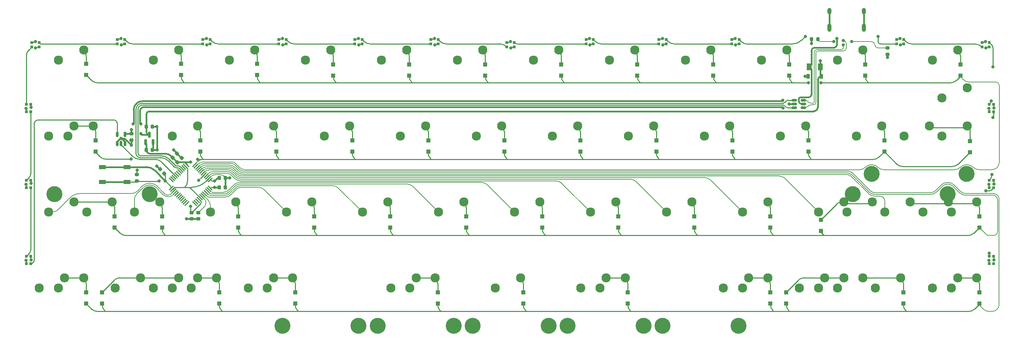
<source format=gbr>
%TF.GenerationSoftware,KiCad,Pcbnew,(7.0.0)*%
%TF.CreationDate,2024-05-15T17:05:44+02:00*%
%TF.ProjectId,forti usb port,666f7274-6920-4757-9362-20706f72742e,rev?*%
%TF.SameCoordinates,Original*%
%TF.FileFunction,Copper,L2,Bot*%
%TF.FilePolarity,Positive*%
%FSLAX46Y46*%
G04 Gerber Fmt 4.6, Leading zero omitted, Abs format (unit mm)*
G04 Created by KiCad (PCBNEW (7.0.0)) date 2024-05-15 17:05:44*
%MOMM*%
%LPD*%
G01*
G04 APERTURE LIST*
G04 Aperture macros list*
%AMRoundRect*
0 Rectangle with rounded corners*
0 $1 Rounding radius*
0 $2 $3 $4 $5 $6 $7 $8 $9 X,Y pos of 4 corners*
0 Add a 4 corners polygon primitive as box body*
4,1,4,$2,$3,$4,$5,$6,$7,$8,$9,$2,$3,0*
0 Add four circle primitives for the rounded corners*
1,1,$1+$1,$2,$3*
1,1,$1+$1,$4,$5*
1,1,$1+$1,$6,$7*
1,1,$1+$1,$8,$9*
0 Add four rect primitives between the rounded corners*
20,1,$1+$1,$2,$3,$4,$5,0*
20,1,$1+$1,$4,$5,$6,$7,0*
20,1,$1+$1,$6,$7,$8,$9,0*
20,1,$1+$1,$8,$9,$2,$3,0*%
G04 Aperture macros list end*
%TA.AperFunction,ComponentPad*%
%ADD10O,1.000000X2.100000*%
%TD*%
%TA.AperFunction,ComponentPad*%
%ADD11O,1.000000X1.600000*%
%TD*%
%TA.AperFunction,ComponentPad*%
%ADD12C,2.300000*%
%TD*%
%TA.AperFunction,ComponentPad*%
%ADD13C,4.000000*%
%TD*%
%TA.AperFunction,SMDPad,CuDef*%
%ADD14RoundRect,0.105000X-0.245000X0.245000X-0.245000X-0.245000X0.245000X-0.245000X0.245000X0.245000X0*%
%TD*%
%TA.AperFunction,SMDPad,CuDef*%
%ADD15RoundRect,0.250000X0.300000X-0.300000X0.300000X0.300000X-0.300000X0.300000X-0.300000X-0.300000X0*%
%TD*%
%TA.AperFunction,SMDPad,CuDef*%
%ADD16RoundRect,0.105000X0.245000X0.245000X-0.245000X0.245000X-0.245000X-0.245000X0.245000X-0.245000X0*%
%TD*%
%TA.AperFunction,SMDPad,CuDef*%
%ADD17RoundRect,0.200000X-0.275000X0.200000X-0.275000X-0.200000X0.275000X-0.200000X0.275000X0.200000X0*%
%TD*%
%TA.AperFunction,SMDPad,CuDef*%
%ADD18RoundRect,0.200000X0.200000X0.275000X-0.200000X0.275000X-0.200000X-0.275000X0.200000X-0.275000X0*%
%TD*%
%TA.AperFunction,SMDPad,CuDef*%
%ADD19RoundRect,0.105000X0.245000X-0.245000X0.245000X0.245000X-0.245000X0.245000X-0.245000X-0.245000X0*%
%TD*%
%TA.AperFunction,SMDPad,CuDef*%
%ADD20RoundRect,0.150000X0.150000X-0.512500X0.150000X0.512500X-0.150000X0.512500X-0.150000X-0.512500X0*%
%TD*%
%TA.AperFunction,SMDPad,CuDef*%
%ADD21R,1.800000X1.100000*%
%TD*%
%TA.AperFunction,SMDPad,CuDef*%
%ADD22RoundRect,0.225000X-0.250000X0.225000X-0.250000X-0.225000X0.250000X-0.225000X0.250000X0.225000X0*%
%TD*%
%TA.AperFunction,SMDPad,CuDef*%
%ADD23RoundRect,0.225000X0.335876X0.017678X0.017678X0.335876X-0.335876X-0.017678X-0.017678X-0.335876X0*%
%TD*%
%TA.AperFunction,SMDPad,CuDef*%
%ADD24RoundRect,0.225000X0.225000X0.375000X-0.225000X0.375000X-0.225000X-0.375000X0.225000X-0.375000X0*%
%TD*%
%TA.AperFunction,SMDPad,CuDef*%
%ADD25RoundRect,0.225000X-0.225000X-0.250000X0.225000X-0.250000X0.225000X0.250000X-0.225000X0.250000X0*%
%TD*%
%TA.AperFunction,SMDPad,CuDef*%
%ADD26RoundRect,0.070000X0.521491X-0.422496X-0.422496X0.521491X-0.521491X0.422496X0.422496X-0.521491X0*%
%TD*%
%TA.AperFunction,SMDPad,CuDef*%
%ADD27RoundRect,0.070000X0.521491X0.422496X0.422496X0.521491X-0.521491X-0.422496X-0.422496X-0.521491X0*%
%TD*%
%TA.AperFunction,SMDPad,CuDef*%
%ADD28RoundRect,0.150000X0.150000X-0.587500X0.150000X0.587500X-0.150000X0.587500X-0.150000X-0.587500X0*%
%TD*%
%TA.AperFunction,SMDPad,CuDef*%
%ADD29RoundRect,0.150000X-0.512500X-0.150000X0.512500X-0.150000X0.512500X0.150000X-0.512500X0.150000X0*%
%TD*%
%TA.AperFunction,SMDPad,CuDef*%
%ADD30RoundRect,0.225000X0.225000X0.250000X-0.225000X0.250000X-0.225000X-0.250000X0.225000X-0.250000X0*%
%TD*%
%TA.AperFunction,SMDPad,CuDef*%
%ADD31RoundRect,0.200000X0.275000X-0.200000X0.275000X0.200000X-0.275000X0.200000X-0.275000X-0.200000X0*%
%TD*%
%TA.AperFunction,SMDPad,CuDef*%
%ADD32RoundRect,0.225000X0.017678X-0.335876X0.335876X-0.017678X-0.017678X0.335876X-0.335876X0.017678X0*%
%TD*%
%TA.AperFunction,SMDPad,CuDef*%
%ADD33RoundRect,0.225000X0.250000X-0.225000X0.250000X0.225000X-0.250000X0.225000X-0.250000X-0.225000X0*%
%TD*%
%TA.AperFunction,SMDPad,CuDef*%
%ADD34RoundRect,0.250000X-0.375000X-0.625000X0.375000X-0.625000X0.375000X0.625000X-0.375000X0.625000X0*%
%TD*%
%TA.AperFunction,ViaPad*%
%ADD35C,0.800000*%
%TD*%
%TA.AperFunction,Conductor*%
%ADD36C,0.200000*%
%TD*%
%TA.AperFunction,Conductor*%
%ADD37C,0.381000*%
%TD*%
%TA.AperFunction,Conductor*%
%ADD38C,0.250000*%
%TD*%
G04 APERTURE END LIST*
D10*
%TO.P,J1,S1,SHIELD*%
%TO.N,GND*%
X238589114Y-30667499D03*
D11*
X238589114Y-26487499D03*
D10*
X229949114Y-30667499D03*
D11*
X229949114Y-26487499D03*
%TD*%
D12*
%TO.P,MX51,1,1*%
%TO.N,COL9*%
X227171250Y-95885000D03*
%TO.P,MX51,2,2*%
%TO.N,Net-(D45-A)*%
X233521250Y-93345000D03*
%TD*%
%TO.P,MX23,1,1*%
%TO.N,COL10*%
X236696250Y-57785000D03*
%TO.P,MX23,2,2*%
%TO.N,Net-(D23-A)*%
X243046250Y-55245000D03*
%TD*%
%TO.P,MX55,1,1*%
%TO.N,COL11*%
X255746250Y-95885000D03*
%TO.P,MX55,2,2*%
%TO.N,Net-(D47-A)*%
X262096250Y-93345000D03*
%TD*%
%TO.P,MX43,1,1*%
%TO.N,COL2*%
X70008750Y-95885000D03*
%TO.P,MX43,2,2*%
%TO.N,Net-(D39-A)*%
X76358750Y-93345000D03*
%TD*%
%TO.P,MXshift2.1,1,1*%
%TO.N,COL0*%
X43815000Y-76835000D03*
%TO.P,MXshift2.1,2,2*%
%TO.N,Net-(D25-A)*%
X50165000Y-74295000D03*
%TD*%
%TO.P,MX27,1,1*%
%TO.N,COL2*%
X74771250Y-76835000D03*
%TO.P,MX27,2,2*%
%TO.N,Net-(D27-A)*%
X81121250Y-74295000D03*
%TD*%
%TO.P,MX11,1,1*%
%TO.N,COL10*%
X231933750Y-38735000D03*
%TO.P,MX11,2,2*%
%TO.N,Net-(D11-A)*%
X238283750Y-36195000D03*
%TD*%
%TO.P,MX46,1,1*%
%TO.N,COL3*%
X84296250Y-95885000D03*
%TO.P,MX46,2,2*%
%TO.N,Net-(D40-A)*%
X90646250Y-93345000D03*
%TD*%
%TO.P,MXenter2.1,1,1*%
%TO.N,COL11*%
X248602500Y-57785000D03*
%TO.P,MXenter2.1,2,2*%
%TO.N,Net-(D24-A)*%
X254952500Y-55245000D03*
%TD*%
D13*
%TO.P,S2,*%
%TO.N,*%
X207168750Y-105410000D03*
X92868750Y-105410000D03*
%TD*%
D12*
%TO.P,MX49,1,1*%
%TO.N,COL8*%
X208121250Y-95885000D03*
%TO.P,MX49,2,2*%
%TO.N,Net-(D44-A)*%
X214471250Y-93345000D03*
%TD*%
%TO.P,MX31,1,1*%
%TO.N,COL6*%
X150971250Y-76835000D03*
%TO.P,MX31,2,2*%
%TO.N,Net-(D31-A)*%
X157321250Y-74295000D03*
%TD*%
%TO.P,MX16,1,1*%
%TO.N,COL3*%
X103346250Y-57785000D03*
%TO.P,MX16,2,2*%
%TO.N,Net-(D16-A)*%
X109696250Y-55245000D03*
%TD*%
%TO.P,MX38,1,1*%
%TO.N,COL11*%
X260508750Y-76835000D03*
%TO.P,MX38,2,2*%
%TO.N,Net-(D36-A)*%
X266858750Y-74295000D03*
%TD*%
%TO.P,MX35,1,1*%
%TO.N,COL10*%
X227171250Y-76835000D03*
%TO.P,MX35,2,2*%
%TO.N,Net-(D35-A)*%
X233521250Y-74295000D03*
%TD*%
%TO.P,MXsplit2.75(1)1,1,1*%
%TO.N,COL7*%
X167640000Y-95885000D03*
%TO.P,MXsplit2.75(1)1,2,2*%
%TO.N,Net-(D43-A)*%
X173990000Y-93345000D03*
%TD*%
D13*
%TO.P,shift2.2,*%
%TO.N,*%
X35718750Y-72390000D03*
X59531250Y-72390000D03*
%TD*%
D12*
%TO.P,MX8,1,1*%
%TO.N,COL7*%
X174783750Y-38735000D03*
%TO.P,MX8,2,2*%
%TO.N,Net-(D8-A)*%
X181133750Y-36195000D03*
%TD*%
%TO.P,MX13,1,1*%
%TO.N,COL0*%
X39052500Y-57785000D03*
%TO.P,MX13,2,2*%
%TO.N,Net-(D13-A)*%
X45402500Y-55245000D03*
%TD*%
%TO.P,MX32,1,1*%
%TO.N,COL7*%
X170021250Y-76835000D03*
%TO.P,MX32,2,2*%
%TO.N,Net-(D32-A)*%
X176371250Y-74295000D03*
%TD*%
%TO.P,MXISO1,1,1*%
%TO.N,COL11*%
X258127500Y-48260000D03*
%TO.P,MXISO1,2,2*%
%TO.N,Net-(D12-A)*%
X264477500Y-45720000D03*
%TD*%
%TO.P,MX21,1,1*%
%TO.N,COL8*%
X198596250Y-57785000D03*
%TO.P,MX21,2,2*%
%TO.N,Net-(D21-A)*%
X204946250Y-55245000D03*
%TD*%
%TO.P,MXsplit2.1,1,1*%
%TO.N,COL5*%
X124777500Y-95885000D03*
%TO.P,MXsplit2.1,2,2*%
%TO.N,Net-(D41-A)*%
X131127500Y-93345000D03*
%TD*%
%TO.P,MX4,1,1*%
%TO.N,COL3*%
X98583750Y-38735000D03*
%TO.P,MX4,2,2*%
%TO.N,Net-(D4-A)*%
X104933750Y-36195000D03*
%TD*%
%TO.P,MX45,1,1*%
%TO.N,COL3*%
X89058750Y-95885000D03*
%TO.P,MX45,2,2*%
%TO.N,Net-(D40-A)*%
X95408750Y-93345000D03*
%TD*%
%TO.P,MX30,1,1*%
%TO.N,COL5*%
X131921250Y-76835000D03*
%TO.P,MX30,2,2*%
%TO.N,Net-(D30-A)*%
X138271250Y-74295000D03*
%TD*%
%TO.P,MX1,1,1*%
%TO.N,COL0*%
X36671250Y-38735000D03*
%TO.P,MX1,2,2*%
%TO.N,Net-(D1-A)*%
X43021250Y-36195000D03*
%TD*%
%TO.P,MX34,1,1*%
%TO.N,COL9*%
X208121250Y-76835000D03*
%TO.P,MX34,2,2*%
%TO.N,Net-(D34-A)*%
X214471250Y-74295000D03*
%TD*%
%TO.P,MX25,1,1*%
%TO.N,COL0*%
X34290000Y-76835000D03*
%TO.P,MX25,2,2*%
%TO.N,Net-(D25-A)*%
X40640000Y-74295000D03*
%TD*%
D13*
%TO.P,enter2.1,*%
%TO.N,*%
X264318750Y-67310000D03*
X240506250Y-67310000D03*
%TD*%
D12*
%TO.P,MX29,1,1*%
%TO.N,COL4*%
X112871250Y-76835000D03*
%TO.P,MX29,2,2*%
%TO.N,Net-(D29-A)*%
X119221250Y-74295000D03*
%TD*%
%TO.P,MX53,1,1*%
%TO.N,COL10*%
X231933750Y-95885000D03*
%TO.P,MX53,2,2*%
%TO.N,Net-(D46-A)*%
X238283750Y-93345000D03*
%TD*%
%TO.P,MX22,1,1*%
%TO.N,COL9*%
X217646250Y-57785000D03*
%TO.P,MX22,2,2*%
%TO.N,Net-(D22-A)*%
X223996250Y-55245000D03*
%TD*%
%TO.P,MX17,1,1*%
%TO.N,COL4*%
X122396250Y-57785000D03*
%TO.P,MX17,2,2*%
%TO.N,Net-(D17-A)*%
X128746250Y-55245000D03*
%TD*%
%TO.P,MX47,1,1*%
%TO.N,COL6*%
X146208750Y-95885000D03*
%TO.P,MX47,2,2*%
%TO.N,Net-(D42-A)*%
X152558750Y-93345000D03*
%TD*%
D13*
%TO.P,S1,*%
%TO.N,*%
X135731250Y-105410000D03*
X111918750Y-105410000D03*
%TD*%
D12*
%TO.P,MX44,1,1*%
%TO.N,COL2*%
X65246250Y-95885000D03*
%TO.P,MX44,2,2*%
%TO.N,Net-(D39-A)*%
X71596250Y-93345000D03*
%TD*%
%TO.P,MX36,1,1*%
%TO.N,COL10*%
X234315000Y-76835000D03*
%TO.P,MX36,2,2*%
%TO.N,Net-(D35-A)*%
X240665000Y-74295000D03*
%TD*%
%TO.P,MX26,1,1*%
%TO.N,COL1*%
X55721250Y-76835000D03*
%TO.P,MX26,2,2*%
%TO.N,Net-(D26-A)*%
X62071250Y-74295000D03*
%TD*%
%TO.P,MX3,1,1*%
%TO.N,COL2*%
X79533750Y-38735000D03*
%TO.P,MX3,2,2*%
%TO.N,Net-(D3-A)*%
X85883750Y-36195000D03*
%TD*%
D13*
%TO.P,S4,*%
%TO.N,*%
X188118750Y-105410000D03*
X164306250Y-105410000D03*
%TD*%
D12*
%TO.P,MX37,1,1*%
%TO.N,COL11*%
X253365000Y-76835000D03*
%TO.P,MX37,2,2*%
%TO.N,Net-(D36-A)*%
X259715000Y-74295000D03*
%TD*%
%TO.P,MX24,1,1*%
%TO.N,COL11*%
X258127500Y-57785000D03*
%TO.P,MX24,2,2*%
%TO.N,Net-(D24-A)*%
X264477500Y-55245000D03*
%TD*%
D13*
%TO.P,S3,*%
%TO.N,*%
X183356250Y-105410000D03*
X159543750Y-105410000D03*
%TD*%
D12*
%TO.P,MX42,1,1*%
%TO.N,COL1*%
X60483750Y-95885000D03*
%TO.P,MX42,2,2*%
%TO.N,Net-(D38-A)*%
X66833750Y-93345000D03*
%TD*%
%TO.P,MX33,1,1*%
%TO.N,COL8*%
X189071250Y-76835000D03*
%TO.P,MX33,2,2*%
%TO.N,Net-(D33-A)*%
X195421250Y-74295000D03*
%TD*%
%TO.P,MX5,1,1*%
%TO.N,COL4*%
X117633750Y-38735000D03*
%TO.P,MX5,2,2*%
%TO.N,Net-(D5-A)*%
X123983750Y-36195000D03*
%TD*%
%TO.P,MX50,1,1*%
%TO.N,COL9*%
X222408750Y-95885000D03*
%TO.P,MX50,2,2*%
%TO.N,Net-(D45-A)*%
X228758750Y-93345000D03*
%TD*%
D13*
%TO.P,S5,*%
%TO.N,*%
X140493750Y-105410000D03*
X116681250Y-105410000D03*
%TD*%
D12*
%TO.P,MXsplit2.25(1)1,1,1*%
%TO.N,COL5*%
X120015000Y-95885000D03*
%TO.P,MXsplit2.25(1)1,2,2*%
%TO.N,Net-(D41-A)*%
X126365000Y-93345000D03*
%TD*%
%TO.P,MX28,1,1*%
%TO.N,COL3*%
X93821250Y-76835000D03*
%TO.P,MX28,2,2*%
%TO.N,Net-(D28-A)*%
X100171250Y-74295000D03*
%TD*%
%TO.P,MX18,1,1*%
%TO.N,COL5*%
X141446250Y-57785000D03*
%TO.P,MX18,2,2*%
%TO.N,Net-(D18-A)*%
X147796250Y-55245000D03*
%TD*%
%TO.P,MXcaps1,1,1*%
%TO.N,COL0*%
X34290000Y-57785000D03*
%TO.P,MXcaps1,2,2*%
%TO.N,Net-(D13-A)*%
X40640000Y-55245000D03*
%TD*%
%TO.P,MX40,1,1*%
%TO.N,COL0*%
X36671250Y-95885000D03*
%TO.P,MX40,2,2*%
%TO.N,Net-(D37-A)*%
X43021250Y-93345000D03*
%TD*%
%TO.P,MX15,1,1*%
%TO.N,COL2*%
X84296250Y-57785000D03*
%TO.P,MX15,2,2*%
%TO.N,Net-(D15-A)*%
X90646250Y-55245000D03*
%TD*%
%TO.P,MX54,1,1*%
%TO.N,COL11*%
X260508750Y-95885000D03*
%TO.P,MX54,2,2*%
%TO.N,Net-(D47-A)*%
X266858750Y-93345000D03*
%TD*%
%TO.P,MX39,1,1*%
%TO.N,COL0*%
X31908750Y-95885000D03*
%TO.P,MX39,2,2*%
%TO.N,Net-(D37-A)*%
X38258750Y-93345000D03*
%TD*%
D13*
%TO.P,shift2.1,*%
%TO.N,*%
X235743750Y-72390000D03*
X259556250Y-72390000D03*
%TD*%
D12*
%TO.P,MX10,1,1*%
%TO.N,COL9*%
X212883750Y-38735000D03*
%TO.P,MX10,2,2*%
%TO.N,Net-(D10-A)*%
X219233750Y-36195000D03*
%TD*%
%TO.P,MX9,1,1*%
%TO.N,COL8*%
X193833750Y-38735000D03*
%TO.P,MX9,2,2*%
%TO.N,Net-(D9-A)*%
X200183750Y-36195000D03*
%TD*%
%TO.P,MX52,1,1*%
%TO.N,COL10*%
X241458750Y-95885000D03*
%TO.P,MX52,2,2*%
%TO.N,Net-(D46-A)*%
X247808750Y-93345000D03*
%TD*%
%TO.P,MX20,1,1*%
%TO.N,COL7*%
X179546250Y-57785000D03*
%TO.P,MX20,2,2*%
%TO.N,Net-(D20-A)*%
X185896250Y-55245000D03*
%TD*%
%TO.P,MX6,1,1*%
%TO.N,COL5*%
X136683750Y-38735000D03*
%TO.P,MX6,2,2*%
%TO.N,Net-(D6-A)*%
X143033750Y-36195000D03*
%TD*%
%TO.P,MXshift2.2,1,1*%
%TO.N,COL11*%
X243840000Y-76835000D03*
%TO.P,MXshift2.2,2,2*%
%TO.N,Net-(D36-A)*%
X250190000Y-74295000D03*
%TD*%
%TO.P,MX12,1,1*%
%TO.N,COL11*%
X255746250Y-38735000D03*
%TO.P,MX12,2,2*%
%TO.N,Net-(D12-A)*%
X262096250Y-36195000D03*
%TD*%
%TO.P,MX19,1,1*%
%TO.N,COL6*%
X160496250Y-57785000D03*
%TO.P,MX19,2,2*%
%TO.N,Net-(D19-A)*%
X166846250Y-55245000D03*
%TD*%
%TO.P,MXsplit2.2,1,1*%
%TO.N,COL7*%
X172402500Y-95885000D03*
%TO.P,MXsplit2.2,2,2*%
%TO.N,Net-(D43-A)*%
X178752500Y-93345000D03*
%TD*%
%TO.P,MX7,1,1*%
%TO.N,COL6*%
X155733750Y-38735000D03*
%TO.P,MX7,2,2*%
%TO.N,Net-(D7-A)*%
X162083750Y-36195000D03*
%TD*%
%TO.P,MX14,1,1*%
%TO.N,COL1*%
X65246250Y-57785000D03*
%TO.P,MX14,2,2*%
%TO.N,Net-(D14-A)*%
X71596250Y-55245000D03*
%TD*%
%TO.P,MX48,1,1*%
%TO.N,COL8*%
X203358750Y-95885000D03*
%TO.P,MX48,2,2*%
%TO.N,Net-(D44-A)*%
X209708750Y-93345000D03*
%TD*%
%TO.P,MX41,1,1*%
%TO.N,COL1*%
X50958750Y-95885000D03*
%TO.P,MX41,2,2*%
%TO.N,Net-(D38-A)*%
X57308750Y-93345000D03*
%TD*%
%TO.P,MX2,1,1*%
%TO.N,COL1*%
X60483750Y-38735000D03*
%TO.P,MX2,2,2*%
%TO.N,Net-(D2-A)*%
X66833750Y-36195000D03*
%TD*%
D14*
%TO.P,LED2,1,DOUT*%
%TO.N,Net-(LED2-DOUT)*%
X28660000Y-68935000D03*
%TO.P,LED2,2,VSS*%
%TO.N,GND*%
X29760000Y-68935000D03*
%TO.P,LED2,3,DIN*%
%TO.N,Net-(LED1-DOUT)*%
X29760000Y-70765000D03*
%TO.P,LED2,4,VDD*%
%TO.N,+5V*%
X28660000Y-70765000D03*
%TD*%
D15*
%TO.P,D29,1,K*%
%TO.N,ROW2*%
X119856250Y-80775000D03*
%TO.P,D29,2,A*%
%TO.N,Net-(D29-A)*%
X119856250Y-77975000D03*
%TD*%
%TO.P,D36,1,K*%
%TO.N,ROW2*%
X267493750Y-80775000D03*
%TO.P,D36,2,A*%
%TO.N,Net-(D36-A)*%
X267493750Y-77975000D03*
%TD*%
%TO.P,D13,1,K*%
%TO.N,ROW1*%
X46037500Y-61725000D03*
%TO.P,D13,2,A*%
%TO.N,Net-(D13-A)*%
X46037500Y-58925000D03*
%TD*%
D16*
%TO.P,LED10,1,DOUT*%
%TO.N,Net-(LED10-DOUT)*%
X150933750Y-34375000D03*
%TO.P,LED10,2,VSS*%
%TO.N,GND*%
X150933750Y-35475000D03*
%TO.P,LED10,3,DIN*%
%TO.N,Net-(LED10-DIN)*%
X149103750Y-35475000D03*
%TO.P,LED10,4,VDD*%
%TO.N,+5V*%
X149103750Y-34375000D03*
%TD*%
D15*
%TO.P,D41,1,K*%
%TO.N,ROW3*%
X131762500Y-99825000D03*
%TO.P,D41,2,A*%
%TO.N,Net-(D41-A)*%
X131762500Y-97025000D03*
%TD*%
%TO.P,D20,1,K*%
%TO.N,ROW1*%
X186531250Y-61725000D03*
%TO.P,D20,2,A*%
%TO.N,Net-(D20-A)*%
X186531250Y-58925000D03*
%TD*%
%TO.P,D26,1,K*%
%TO.N,ROW2*%
X62706250Y-80775000D03*
%TO.P,D26,2,A*%
%TO.N,Net-(D26-A)*%
X62706250Y-77975000D03*
%TD*%
D17*
%TO.P,R1,2*%
%TO.N,GND*%
X244475000Y-37337500D03*
%TO.P,R1,1*%
%TO.N,/CC1*%
X244475000Y-35687500D03*
%TD*%
D15*
%TO.P,D22,1,K*%
%TO.N,ROW1*%
X224631250Y-61725000D03*
%TO.P,D22,2,A*%
%TO.N,Net-(D22-A)*%
X224631250Y-58925000D03*
%TD*%
D16*
%TO.P,LED7,1,DOUT*%
%TO.N,Net-(LED7-DOUT)*%
X93783750Y-33581250D03*
%TO.P,LED7,2,VSS*%
%TO.N,GND*%
X93783750Y-34681250D03*
%TO.P,LED7,3,DIN*%
%TO.N,Net-(LED6-DOUT)*%
X91953750Y-34681250D03*
%TO.P,LED7,4,VDD*%
%TO.N,+5V*%
X91953750Y-33581250D03*
%TD*%
D15*
%TO.P,D32,1,K*%
%TO.N,ROW2*%
X177006250Y-80775000D03*
%TO.P,D32,2,A*%
%TO.N,Net-(D32-A)*%
X177006250Y-77975000D03*
%TD*%
D18*
%TO.P,R2,2*%
%TO.N,GND*%
X225393750Y-33537500D03*
%TO.P,R2,1*%
%TO.N,/CC2*%
X227043750Y-33537500D03*
%TD*%
D16*
%TO.P,LED9,1,DOUT*%
%TO.N,Net-(LED10-DIN)*%
X131883750Y-33581250D03*
%TO.P,LED9,2,VSS*%
%TO.N,GND*%
X131883750Y-34681250D03*
%TO.P,LED9,3,DIN*%
%TO.N,Net-(LED8-DOUT)*%
X130053750Y-34681250D03*
%TO.P,LED9,4,VDD*%
%TO.N,+5V*%
X130053750Y-33581250D03*
%TD*%
%TO.P,LED12,1,DOUT*%
%TO.N,Net-(LED12-DOUT)*%
X189033750Y-33581250D03*
%TO.P,LED12,2,VSS*%
%TO.N,GND*%
X189033750Y-34681250D03*
%TO.P,LED12,3,DIN*%
%TO.N,Net-(LED11-DOUT)*%
X187203750Y-34681250D03*
%TO.P,LED12,4,VDD*%
%TO.N,+5V*%
X187203750Y-33581250D03*
%TD*%
D15*
%TO.P,D15,1,K*%
%TO.N,ROW1*%
X91281250Y-61725000D03*
%TO.P,D15,2,A*%
%TO.N,Net-(D15-A)*%
X91281250Y-58925000D03*
%TD*%
%TO.P,D40,1,K*%
%TO.N,ROW3*%
X96043750Y-99825000D03*
%TO.P,D40,2,A*%
%TO.N,Net-(D40-A)*%
X96043750Y-97025000D03*
%TD*%
D16*
%TO.P,LED13,1,DOUT*%
%TO.N,Net-(LED13-DOUT)*%
X207290000Y-33581250D03*
%TO.P,LED13,2,VSS*%
%TO.N,GND*%
X207290000Y-34681250D03*
%TO.P,LED13,3,DIN*%
%TO.N,Net-(LED12-DOUT)*%
X205460000Y-34681250D03*
%TO.P,LED13,4,VDD*%
%TO.N,+5V*%
X205460000Y-33581250D03*
%TD*%
D15*
%TO.P,D31,1,K*%
%TO.N,ROW2*%
X157956250Y-80775000D03*
%TO.P,D31,2,A*%
%TO.N,Net-(D31-A)*%
X157956250Y-77975000D03*
%TD*%
%TO.P,D21,1,K*%
%TO.N,ROW1*%
X205581250Y-61725000D03*
%TO.P,D21,2,A*%
%TO.N,Net-(D21-A)*%
X205581250Y-58925000D03*
%TD*%
%TO.P,D4,1,K*%
%TO.N,ROW0*%
X105568750Y-42675000D03*
%TO.P,D4,2,A*%
%TO.N,Net-(D4-A)*%
X105568750Y-39875000D03*
%TD*%
%TO.P,D9,1,K*%
%TO.N,ROW0*%
X200818750Y-42675000D03*
%TO.P,D9,2,A*%
%TO.N,Net-(D9-A)*%
X200818750Y-39875000D03*
%TD*%
%TO.P,D34,1,K*%
%TO.N,ROW2*%
X215106250Y-80775000D03*
%TO.P,D34,2,A*%
%TO.N,Net-(D34-A)*%
X215106250Y-77975000D03*
%TD*%
%TO.P,D24,1,K*%
%TO.N,ROW1*%
X265112500Y-61912500D03*
%TO.P,D24,2,A*%
%TO.N,Net-(D24-A)*%
X265112500Y-59112500D03*
%TD*%
%TO.P,D27,1,K*%
%TO.N,ROW2*%
X81756250Y-80775000D03*
%TO.P,D27,2,A*%
%TO.N,Net-(D27-A)*%
X81756250Y-77975000D03*
%TD*%
D19*
%TO.P,LED17,1,DOUT*%
%TO.N,Net-(LED17-DOUT)*%
X271060000Y-70765000D03*
%TO.P,LED17,2,VSS*%
%TO.N,GND*%
X269960000Y-70765000D03*
%TO.P,LED17,3,DIN*%
%TO.N,Net-(LED16-DOUT)*%
X269960000Y-68935000D03*
%TO.P,LED17,4,VDD*%
%TO.N,+5V*%
X271060000Y-68935000D03*
%TD*%
D15*
%TO.P,D16,1,K*%
%TO.N,ROW1*%
X110331250Y-61725000D03*
%TO.P,D16,2,A*%
%TO.N,Net-(D16-A)*%
X110331250Y-58925000D03*
%TD*%
D16*
%TO.P,LED6,1,DOUT*%
%TO.N,Net-(LED6-DOUT)*%
X74733750Y-33581250D03*
%TO.P,LED6,2,VSS*%
%TO.N,GND*%
X74733750Y-34681250D03*
%TO.P,LED6,3,DIN*%
%TO.N,Net-(LED5-DOUT)*%
X72903750Y-34681250D03*
%TO.P,LED6,4,VDD*%
%TO.N,+5V*%
X72903750Y-33581250D03*
%TD*%
D15*
%TO.P,D3,1,K*%
%TO.N,ROW0*%
X86518750Y-42487500D03*
%TO.P,D3,2,A*%
%TO.N,Net-(D3-A)*%
X86518750Y-39687500D03*
%TD*%
D20*
%TO.P,U4,1*%
%TO.N,GND*%
X53361566Y-59637816D03*
%TO.P,U4,2*%
%TO.N,RGB MCU*%
X52411566Y-59637816D03*
%TO.P,U4,3,GND*%
%TO.N,GND*%
X51461566Y-59637816D03*
%TO.P,U4,4*%
%TO.N,rgb underglow*%
X51461566Y-57362816D03*
%TO.P,U4,5,VCC*%
%TO.N,+5V*%
X53361566Y-57362816D03*
%TD*%
D15*
%TO.P,D42,1,K*%
%TO.N,ROW3*%
X153193750Y-99825000D03*
%TO.P,D42,2,A*%
%TO.N,Net-(D42-A)*%
X153193750Y-97025000D03*
%TD*%
%TO.P,D28,1,K*%
%TO.N,ROW2*%
X100806250Y-80775000D03*
%TO.P,D28,2,A*%
%TO.N,Net-(D28-A)*%
X100806250Y-77975000D03*
%TD*%
D21*
%TO.P,SW1,1,1*%
%TO.N,+3V3*%
X53899999Y-65618749D03*
X47699999Y-65618749D03*
%TO.P,SW1,2,2*%
%TO.N,BOOT0*%
X53899999Y-69318749D03*
X47699999Y-69318749D03*
%TD*%
D15*
%TO.P,D10,1,K*%
%TO.N,ROW0*%
X219868750Y-42675000D03*
%TO.P,D10,2,A*%
%TO.N,Net-(D10-A)*%
X219868750Y-39875000D03*
%TD*%
D16*
%TO.P,LED5,1,DOUT*%
%TO.N,Net-(LED5-DOUT)*%
X53302500Y-33581250D03*
%TO.P,LED5,2,VSS*%
%TO.N,GND*%
X53302500Y-34681250D03*
%TO.P,LED5,3,DIN*%
%TO.N,Net-(LED4-DOUT)*%
X51472500Y-34681250D03*
%TO.P,LED5,4,VDD*%
%TO.N,+5V*%
X51472500Y-33581250D03*
%TD*%
D22*
%TO.P,C7,1*%
%TO.N,+3V3*%
X70105094Y-77012500D03*
%TO.P,C7,2*%
%TO.N,GND*%
X70105094Y-78562500D03*
%TD*%
D23*
%TO.P,C4,1*%
%TO.N,+3V3*%
X63254258Y-67223008D03*
%TO.P,C4,2*%
%TO.N,GND*%
X62158242Y-66126992D03*
%TD*%
D24*
%TO.P,D_PWR1,1,A1*%
%TO.N,+5V*%
X227868750Y-42862500D03*
%TO.P,D_PWR1,2,A2*%
%TO.N,GND*%
X224568750Y-42862500D03*
%TD*%
D15*
%TO.P,D38,1,K*%
%TO.N,ROW3*%
X47625000Y-99825000D03*
%TO.P,D38,2,A*%
%TO.N,Net-(D38-A)*%
X47625000Y-97025000D03*
%TD*%
D14*
%TO.P,LED3,1,DOUT*%
%TO.N,Net-(LED3-DOUT)*%
X28660000Y-49885000D03*
%TO.P,LED3,2,VSS*%
%TO.N,GND*%
X29760000Y-49885000D03*
%TO.P,LED3,3,DIN*%
%TO.N,Net-(LED2-DOUT)*%
X29760000Y-51715000D03*
%TO.P,LED3,4,VDD*%
%TO.N,+5V*%
X28660000Y-51715000D03*
%TD*%
D15*
%TO.P,D44,1,K*%
%TO.N,ROW3*%
X215106250Y-99825000D03*
%TO.P,D44,2,A*%
%TO.N,Net-(D44-A)*%
X215106250Y-97025000D03*
%TD*%
%TO.P,D2,1,K*%
%TO.N,ROW0*%
X67468750Y-42487500D03*
%TO.P,D2,2,A*%
%TO.N,Net-(D2-A)*%
X67468750Y-39687500D03*
%TD*%
D25*
%TO.P,C8,1*%
%TO.N,+3V3*%
X77012500Y-70643750D03*
%TO.P,C8,2*%
%TO.N,GND*%
X78562500Y-70643750D03*
%TD*%
D15*
%TO.P,D23,1,K*%
%TO.N,ROW1*%
X243681250Y-61725000D03*
%TO.P,D23,2,A*%
%TO.N,Net-(D23-A)*%
X243681250Y-58925000D03*
%TD*%
%TO.P,D1,1,K*%
%TO.N,ROW0*%
X43656250Y-42487500D03*
%TO.P,D1,2,A*%
%TO.N,Net-(D1-A)*%
X43656250Y-39687500D03*
%TD*%
%TO.P,D39,1,K*%
%TO.N,ROW3*%
X76993750Y-99825000D03*
%TO.P,D39,2,A*%
%TO.N,Net-(D39-A)*%
X76993750Y-97025000D03*
%TD*%
%TO.P,D30,1,K*%
%TO.N,ROW2*%
X138906250Y-80775000D03*
%TO.P,D30,2,A*%
%TO.N,Net-(D30-A)*%
X138906250Y-77975000D03*
%TD*%
D16*
%TO.P,LED14,1,DOUT*%
%TO.N,Net-(LED14-DOUT)*%
X248565000Y-33581250D03*
%TO.P,LED14,2,VSS*%
%TO.N,GND*%
X248565000Y-34681250D03*
%TO.P,LED14,3,DIN*%
%TO.N,Net-(LED13-DOUT)*%
X246735000Y-34681250D03*
%TO.P,LED14,4,VDD*%
%TO.N,+5V*%
X246735000Y-33581250D03*
%TD*%
D19*
%TO.P,LED18,1,DOUT*%
%TO.N,unconnected-(LED18-DOUT-Pad1)*%
X271060000Y-89815000D03*
%TO.P,LED18,2,VSS*%
%TO.N,GND*%
X269960000Y-89815000D03*
%TO.P,LED18,3,DIN*%
%TO.N,Net-(LED17-DOUT)*%
X269960000Y-87985000D03*
%TO.P,LED18,4,VDD*%
%TO.N,+5V*%
X271060000Y-87985000D03*
%TD*%
D26*
%TO.P,U2,1,VBAT*%
%TO.N,+3V3*%
X74737876Y-70848788D03*
%TO.P,U2,2,PC13*%
%TO.N,COL6*%
X74384322Y-71202342D03*
%TO.P,U2,3,PC14*%
%TO.N,COL5*%
X74030769Y-71555895D03*
%TO.P,U2,4,PC15*%
%TO.N,COL4*%
X73677215Y-71909449D03*
%TO.P,U2,5,PF0*%
%TO.N,COL3*%
X73323662Y-72263002D03*
%TO.P,U2,6,PF1*%
%TO.N,COL2*%
X72970109Y-72616555D03*
%TO.P,U2,7,NRST*%
%TO.N,NRST*%
X72616555Y-72970109D03*
%TO.P,U2,8,VSSA*%
%TO.N,GND*%
X72263002Y-73323662D03*
%TO.P,U2,9,VDDA*%
%TO.N,+3V3*%
X71909449Y-73677215D03*
%TO.P,U2,10,PA0*%
%TO.N,unconnected-(U2-PA0-Pad10)*%
X71555895Y-74030769D03*
%TO.P,U2,11,PA1*%
%TO.N,unconnected-(U2-PA1-Pad11)*%
X71202342Y-74384322D03*
%TO.P,U2,12,PA2*%
%TO.N,unconnected-(U2-PA2-Pad12)*%
X70848788Y-74737876D03*
D27*
%TO.P,U2,13,PA3*%
%TO.N,unconnected-(U2-PA3-Pad13)*%
X68851212Y-74737876D03*
%TO.P,U2,14,PA4*%
%TO.N,unconnected-(U2-PA4-Pad14)*%
X68497658Y-74384322D03*
%TO.P,U2,15,PA5*%
%TO.N,unconnected-(U2-PA5-Pad15)*%
X68144105Y-74030769D03*
%TO.P,U2,16,PA6*%
%TO.N,unconnected-(U2-PA6-Pad16)*%
X67790551Y-73677215D03*
%TO.P,U2,17,PA7*%
%TO.N,unconnected-(U2-PA7-Pad17)*%
X67436998Y-73323662D03*
%TO.P,U2,18,PB0*%
%TO.N,unconnected-(U2-PB0-Pad18)*%
X67083445Y-72970109D03*
%TO.P,U2,19,PB1*%
%TO.N,unconnected-(U2-PB1-Pad19)*%
X66729891Y-72616555D03*
%TO.P,U2,20,PB2*%
%TO.N,unconnected-(U2-PB2-Pad20)*%
X66376338Y-72263002D03*
%TO.P,U2,21,PB10*%
%TO.N,COL1*%
X66022785Y-71909449D03*
%TO.P,U2,22,PB11*%
%TO.N,COL0*%
X65669231Y-71555895D03*
%TO.P,U2,23,VSS*%
%TO.N,GND*%
X65315678Y-71202342D03*
%TO.P,U2,24,VDD*%
%TO.N,+3V3*%
X64962124Y-70848788D03*
D26*
%TO.P,U2,25,PB12*%
%TO.N,unconnected-(U2-PB12-Pad25)*%
X64962124Y-68851212D03*
%TO.P,U2,26,PB13*%
%TO.N,unconnected-(U2-PB13-Pad26)*%
X65315678Y-68497658D03*
%TO.P,U2,27,PB14*%
%TO.N,unconnected-(U2-PB14-Pad27)*%
X65669231Y-68144105D03*
%TO.P,U2,28,PB15*%
%TO.N,RGB MCU*%
X66022785Y-67790551D03*
%TO.P,U2,29,PA8*%
%TO.N,unconnected-(U2-PA8-Pad29)*%
X66376338Y-67436998D03*
%TO.P,U2,30,PA9*%
%TO.N,unconnected-(U2-PA9-Pad30)*%
X66729891Y-67083445D03*
%TO.P,U2,31,PA10*%
%TO.N,unconnected-(U2-PA10-Pad31)*%
X67083445Y-66729891D03*
%TO.P,U2,32,PA11*%
%TO.N,D_N*%
X67436998Y-66376338D03*
%TO.P,U2,33,PA12*%
%TO.N,D_P*%
X67790551Y-66022785D03*
%TO.P,U2,34,PA13*%
%TO.N,unconnected-(U2-PA13-Pad34)*%
X68144105Y-65669231D03*
%TO.P,U2,35,VSS*%
%TO.N,GND*%
X68497658Y-65315678D03*
%TO.P,U2,36,VDDIO2*%
%TO.N,+3V3*%
X68851212Y-64962124D03*
D27*
%TO.P,U2,37,PA14*%
%TO.N,ROW1*%
X70848788Y-64962124D03*
%TO.P,U2,38,PA15*%
%TO.N,ROW0*%
X71202342Y-65315678D03*
%TO.P,U2,39,PB3*%
%TO.N,ROW3*%
X71555895Y-65669231D03*
%TO.P,U2,40,PB4*%
%TO.N,ROW2*%
X71909449Y-66022785D03*
%TO.P,U2,41,PB5*%
%TO.N,COL11*%
X72263002Y-66376338D03*
%TO.P,U2,42,PB6*%
%TO.N,COL10*%
X72616555Y-66729891D03*
%TO.P,U2,43,PB7*%
%TO.N,COL9*%
X72970109Y-67083445D03*
%TO.P,U2,44,BOOT0*%
%TO.N,BOOT0*%
X73323662Y-67436998D03*
%TO.P,U2,45,PB8*%
%TO.N,COL8*%
X73677215Y-67790551D03*
%TO.P,U2,46,PB9*%
%TO.N,COL7*%
X74030769Y-68144105D03*
%TO.P,U2,47,VSS*%
%TO.N,GND*%
X74384322Y-68497658D03*
%TO.P,U2,48,VDD*%
%TO.N,+3V3*%
X74737876Y-68851212D03*
%TD*%
D19*
%TO.P,LED16,1,DOUT*%
%TO.N,Net-(LED16-DOUT)*%
X271060000Y-51715000D03*
%TO.P,LED16,2,VSS*%
%TO.N,GND*%
X269960000Y-51715000D03*
%TO.P,LED16,3,DIN*%
%TO.N,Net-(LED15-DOUT)*%
X269960000Y-49885000D03*
%TO.P,LED16,4,VDD*%
%TO.N,+5V*%
X271060000Y-49885000D03*
%TD*%
D15*
%TO.P,D8,1,K*%
%TO.N,ROW0*%
X181768750Y-42675000D03*
%TO.P,D8,2,A*%
%TO.N,Net-(D8-A)*%
X181768750Y-39875000D03*
%TD*%
D28*
%TO.P,U3,1,GND*%
%TO.N,GND*%
X60440000Y-59357500D03*
%TO.P,U3,2,VO*%
%TO.N,+3V3*%
X58540000Y-59357500D03*
%TO.P,U3,3,VI*%
%TO.N,+5V*%
X59490000Y-57482500D03*
%TD*%
D15*
%TO.P,D11,1,K*%
%TO.N,ROW0*%
X238918750Y-42675000D03*
%TO.P,D11,2,A*%
%TO.N,Net-(D11-A)*%
X238918750Y-39875000D03*
%TD*%
%TO.P,D25,1,K*%
%TO.N,ROW2*%
X50800000Y-80775000D03*
%TO.P,D25,2,A*%
%TO.N,Net-(D25-A)*%
X50800000Y-77975000D03*
%TD*%
D16*
%TO.P,LED15,1,DOUT*%
%TO.N,Net-(LED15-DOUT)*%
X269996250Y-34375000D03*
%TO.P,LED15,2,VSS*%
%TO.N,GND*%
X269996250Y-35475000D03*
%TO.P,LED15,3,DIN*%
%TO.N,Net-(LED14-DOUT)*%
X268166250Y-35475000D03*
%TO.P,LED15,4,VDD*%
%TO.N,+5V*%
X268166250Y-34375000D03*
%TD*%
%TO.P,LED4,1,DOUT*%
%TO.N,Net-(LED4-DOUT)*%
X31871250Y-34375000D03*
%TO.P,LED4,2,VSS*%
%TO.N,GND*%
X31871250Y-35475000D03*
%TO.P,LED4,3,DIN*%
%TO.N,Net-(LED3-DOUT)*%
X30041250Y-35475000D03*
%TO.P,LED4,4,VDD*%
%TO.N,+5V*%
X30041250Y-34375000D03*
%TD*%
D15*
%TO.P,D35,1,K*%
%TO.N,ROW2*%
X227806250Y-81568750D03*
%TO.P,D35,2,A*%
%TO.N,Net-(D35-A)*%
X227806250Y-78768750D03*
%TD*%
%TO.P,D12,1,K*%
%TO.N,ROW0*%
X262731250Y-42675000D03*
%TO.P,D12,2,A*%
%TO.N,Net-(D12-A)*%
X262731250Y-39875000D03*
%TD*%
%TO.P,D6,1,K*%
%TO.N,ROW0*%
X143668750Y-42675000D03*
%TO.P,D6,2,A*%
%TO.N,Net-(D6-A)*%
X143668750Y-39875000D03*
%TD*%
D29*
%TO.P,U1,1,I/O1*%
%TO.N,D_P*%
X221118613Y-50692270D03*
%TO.P,U1,2,GND*%
%TO.N,GND*%
X221118613Y-49742270D03*
%TO.P,U1,3,I/O2*%
%TO.N,D_N*%
X221118613Y-48792270D03*
%TO.P,U1,4,I/O2*%
%TO.N,D_USB_N*%
X223393613Y-48792270D03*
%TO.P,U1,5,VBUS*%
%TO.N,VBUS*%
X223393613Y-49742270D03*
%TO.P,U1,6,I/O1*%
%TO.N,D_USB_P*%
X223393613Y-50692270D03*
%TD*%
D15*
%TO.P,D17,1,K*%
%TO.N,ROW1*%
X129381250Y-61725000D03*
%TO.P,D17,2,A*%
%TO.N,Net-(D17-A)*%
X129381250Y-58925000D03*
%TD*%
%TO.P,D7,1,K*%
%TO.N,ROW0*%
X162718750Y-42675000D03*
%TO.P,D7,2,A*%
%TO.N,Net-(D7-A)*%
X162718750Y-39875000D03*
%TD*%
D16*
%TO.P,LED8,1,DOUT*%
%TO.N,Net-(LED8-DOUT)*%
X112833750Y-33581250D03*
%TO.P,LED8,2,VSS*%
%TO.N,GND*%
X112833750Y-34681250D03*
%TO.P,LED8,3,DIN*%
%TO.N,Net-(LED7-DOUT)*%
X111003750Y-34681250D03*
%TO.P,LED8,4,VDD*%
%TO.N,+5V*%
X111003750Y-33581250D03*
%TD*%
D30*
%TO.P,C2,1*%
%TO.N,GND*%
X60265808Y-61249873D03*
%TO.P,C2,2*%
%TO.N,+3V3*%
X58715808Y-61249873D03*
%TD*%
D15*
%TO.P,D5,1,K*%
%TO.N,ROW0*%
X124618750Y-42675000D03*
%TO.P,D5,2,A*%
%TO.N,Net-(D5-A)*%
X124618750Y-39875000D03*
%TD*%
%TO.P,D18,1,K*%
%TO.N,ROW1*%
X148431250Y-61725000D03*
%TO.P,D18,2,A*%
%TO.N,Net-(D18-A)*%
X148431250Y-58925000D03*
%TD*%
D31*
%TO.P,R3,1*%
%TO.N,BOOT0*%
X56356250Y-69087500D03*
%TO.P,R3,2*%
%TO.N,GND*%
X56356250Y-67437500D03*
%TD*%
D15*
%TO.P,D45,1,K*%
%TO.N,ROW3*%
X219075000Y-99825000D03*
%TO.P,D45,2,A*%
%TO.N,Net-(D45-A)*%
X219075000Y-97025000D03*
%TD*%
D32*
%TO.P,C5,1*%
%TO.N,+3V3*%
X66494471Y-64398395D03*
%TO.P,C5,2*%
%TO.N,GND*%
X67590487Y-63302379D03*
%TD*%
D15*
%TO.P,D14,1,K*%
%TO.N,ROW1*%
X72231250Y-61725000D03*
%TO.P,D14,2,A*%
%TO.N,Net-(D14-A)*%
X72231250Y-58925000D03*
%TD*%
D33*
%TO.P,C10,1*%
%TO.N,GND*%
X55024896Y-58799878D03*
%TO.P,C10,2*%
%TO.N,+5V*%
X55024896Y-57249878D03*
%TD*%
D34*
%TO.P,F1,1*%
%TO.N,VBUS*%
X224818750Y-40481250D03*
%TO.P,F1,2*%
%TO.N,+5V*%
X227618750Y-40481250D03*
%TD*%
D15*
%TO.P,D47,1,K*%
%TO.N,ROW3*%
X267493750Y-99825000D03*
%TO.P,D47,2,A*%
%TO.N,Net-(D47-A)*%
X267493750Y-97025000D03*
%TD*%
D16*
%TO.P,LED11,1,DOUT*%
%TO.N,Net-(LED11-DOUT)*%
X170777500Y-33581250D03*
%TO.P,LED11,2,VSS*%
%TO.N,GND*%
X170777500Y-34681250D03*
%TO.P,LED11,3,DIN*%
%TO.N,Net-(LED10-DOUT)*%
X168947500Y-34681250D03*
%TO.P,LED11,4,VDD*%
%TO.N,+5V*%
X168947500Y-33581250D03*
%TD*%
D14*
%TO.P,LED1,1,DOUT*%
%TO.N,Net-(LED1-DOUT)*%
X28660000Y-87985000D03*
%TO.P,LED1,2,VSS*%
%TO.N,GND*%
X29760000Y-87985000D03*
%TO.P,LED1,3,DIN*%
%TO.N,rgb underglow*%
X29760000Y-89815000D03*
%TO.P,LED1,4,VDD*%
%TO.N,+5V*%
X28660000Y-89815000D03*
%TD*%
D22*
%TO.P,C9,1*%
%TO.N,NRST*%
X71737281Y-77025116D03*
%TO.P,C9,2*%
%TO.N,GND*%
X71737281Y-78575116D03*
%TD*%
D15*
%TO.P,D46,1,K*%
%TO.N,ROW3*%
X248443750Y-99825000D03*
%TO.P,D46,2,A*%
%TO.N,Net-(D46-A)*%
X248443750Y-97025000D03*
%TD*%
%TO.P,D33,1,K*%
%TO.N,ROW2*%
X196056250Y-80775000D03*
%TO.P,D33,2,A*%
%TO.N,Net-(D33-A)*%
X196056250Y-77975000D03*
%TD*%
%TO.P,D43,1,K*%
%TO.N,ROW3*%
X179387500Y-99825000D03*
%TO.P,D43,2,A*%
%TO.N,Net-(D43-A)*%
X179387500Y-97025000D03*
%TD*%
%TO.P,D19,1,K*%
%TO.N,ROW1*%
X167481250Y-61725000D03*
%TO.P,D19,2,A*%
%TO.N,Net-(D19-A)*%
X167481250Y-58925000D03*
%TD*%
%TO.P,D37,1,K*%
%TO.N,ROW3*%
X43656250Y-99825000D03*
%TO.P,D37,2,A*%
%TO.N,Net-(D37-A)*%
X43656250Y-97025000D03*
%TD*%
D30*
%TO.P,C1,1*%
%TO.N,GND*%
X60265000Y-55457500D03*
%TO.P,C1,2*%
%TO.N,+5V*%
X58715000Y-55457500D03*
%TD*%
D25*
%TO.P,C6,1*%
%TO.N,+3V3*%
X77012500Y-68281250D03*
%TO.P,C6,2*%
%TO.N,GND*%
X78562500Y-68281250D03*
%TD*%
D32*
%TO.P,C3,1*%
%TO.N,+3V3*%
X65336300Y-63265551D03*
%TO.P,C3,2*%
%TO.N,GND*%
X66432316Y-62169535D03*
%TD*%
D35*
%TO.N,/CC2*%
X230981250Y-34131250D03*
%TO.N,GND*%
X225397677Y-34623544D03*
%TO.N,ROW0*%
X227806250Y-44450000D03*
X224635000Y-44450000D03*
%TO.N,ROW1*%
X71558211Y-63675454D03*
X54956738Y-63571782D03*
%TO.N,GND*%
X223837500Y-42862500D03*
X247684500Y-34925000D03*
X131003250Y-34925000D03*
X29883814Y-50642812D03*
X61383494Y-65360784D03*
X218273122Y-48819724D03*
X30990750Y-35718750D03*
X61335259Y-55462097D03*
X92903250Y-34925000D03*
X52411566Y-58375816D03*
X29883814Y-69692812D03*
X29883814Y-88865500D03*
X269875000Y-69884500D03*
X269115750Y-35718750D03*
X55007705Y-60122198D03*
X73853250Y-34925000D03*
X269875000Y-88934500D03*
X244475000Y-38100000D03*
X111953250Y-34925000D03*
X52422000Y-34925000D03*
X219874863Y-49742270D03*
X57354816Y-54768750D03*
X65570925Y-61316672D03*
X269875000Y-50834500D03*
X206409500Y-34925000D03*
X79670438Y-68278415D03*
X150053250Y-35718750D03*
X61475875Y-61238510D03*
X188153250Y-34925000D03*
X55405816Y-54768750D03*
X68830511Y-78563503D03*
X169897000Y-34925000D03*
X56445750Y-66353872D03*
X218281250Y-50800000D03*
%TO.N,+5V*%
X55025604Y-56208449D03*
X269046750Y-34131250D03*
X149984250Y-34131250D03*
X227618366Y-38893750D03*
X57354816Y-57173331D03*
X52353000Y-33337500D03*
X188084250Y-33337500D03*
X247615500Y-33337500D03*
X28575000Y-50834500D03*
X169828000Y-33337500D03*
X73784250Y-33337500D03*
X28575000Y-69884500D03*
X271188102Y-88843284D03*
X92834250Y-33337500D03*
X130934250Y-33337500D03*
X28575000Y-88934500D03*
X30921750Y-34131250D03*
X111884250Y-33337500D03*
X271175292Y-50765500D03*
X206340500Y-33337500D03*
X271164078Y-69815500D03*
%TO.N,+3V3*%
X69850000Y-64293750D03*
X69850000Y-75406250D03*
X63500000Y-69056250D03*
X75828969Y-69056250D03*
X75828969Y-70643750D03*
%TO.N,VBUS*%
X231805189Y-33352069D03*
%TO.N,/CC1*%
X235519115Y-34131250D03*
%TO.N,D_USB_P*%
X233362500Y-33804800D03*
%TO.N,D_USB_N*%
X233362500Y-34925000D03*
%TO.N,BOOT0*%
X71850104Y-68930176D03*
X61912500Y-69056250D03*
%TO.N,Net-(LED13-DOUT)*%
X223871660Y-32817034D03*
X242122573Y-32818685D03*
%TO.N,Net-(LED15-DOUT)*%
X270885250Y-40481250D03*
X270495777Y-49011973D03*
%TO.N,Net-(LED16-DOUT)*%
X270885250Y-53181250D03*
X270668750Y-67468750D03*
%TO.N,Net-(LED17-DOUT)*%
X269960000Y-87218558D03*
X269081250Y-71531750D03*
%TD*%
D36*
%TO.N,/CC2*%
X227043750Y-33537500D02*
G75*
G03*
X227637500Y-34131250I593750J0D01*
G01*
X230981250Y-34131250D02*
X227637500Y-34131250D01*
D37*
%TO.N,GND*%
X225393750Y-34619617D02*
X225397677Y-34623544D01*
X225393750Y-33537500D02*
X225393750Y-34619617D01*
X225393750Y-33537500D02*
X225393750Y-34162500D01*
X229949115Y-30667500D02*
X229949115Y-26487500D01*
X238589115Y-30917500D02*
X238589115Y-26487500D01*
D38*
%TO.N,ROW0*%
X125412500Y-44450000D02*
X144462500Y-44450000D01*
X182562500Y-44450000D02*
X201612500Y-44450000D01*
X86518750Y-42487500D02*
X86518750Y-42827823D01*
X105568750Y-42675000D02*
X105568750Y-42827823D01*
X68268675Y-44443825D02*
X46441002Y-44443825D01*
X200818750Y-42675000D02*
X200818750Y-42827823D01*
X163512500Y-44450000D02*
X164306250Y-44450000D01*
D36*
X240381985Y-65010000D02*
X240630515Y-65010000D01*
D38*
X201612500Y-44450000D02*
X220662500Y-44450000D01*
X67468750Y-42487500D02*
X67468750Y-42815473D01*
X262731250Y-42862500D02*
X261729536Y-43864214D01*
X227806250Y-44450000D02*
X239712500Y-44450000D01*
X260315323Y-44450000D02*
X239712500Y-44450000D01*
D36*
X264194485Y-65010000D02*
X264508911Y-65010000D01*
D38*
X87104537Y-44242037D02*
X87312500Y-44450000D01*
X143668750Y-42675000D02*
X143668750Y-42827823D01*
X238918750Y-42675000D02*
X238918750Y-42827823D01*
X46441002Y-44443825D02*
X46434827Y-44437650D01*
D36*
X272470461Y-64434389D02*
X272470461Y-45042157D01*
X81119155Y-64687421D02*
X82082047Y-65650313D01*
D38*
X224635000Y-44450000D02*
X220662500Y-44450000D01*
X239504537Y-44242037D02*
X239712500Y-44450000D01*
X182354537Y-44242037D02*
X182562500Y-44450000D01*
X164306250Y-44450000D02*
X182562500Y-44450000D01*
X125412500Y-44450000D02*
X107156250Y-44450000D01*
X163304537Y-44242037D02*
X163512500Y-44450000D01*
X106154537Y-44242037D02*
X106362500Y-44450000D01*
X68054537Y-44229687D02*
X68262500Y-44437650D01*
X87312500Y-44450000D02*
X107156250Y-44450000D01*
D36*
X242044729Y-65595787D02*
X242099256Y-65650314D01*
D38*
X144462500Y-44450000D02*
X164306250Y-44450000D01*
X219868750Y-42675000D02*
X219868750Y-42827823D01*
X68274850Y-44450000D02*
X87312500Y-44450000D01*
D36*
X262731250Y-42675000D02*
X262731250Y-42862500D01*
X265923125Y-65595787D02*
X265977652Y-65650314D01*
D38*
X124618750Y-42675000D02*
X124618750Y-42827823D01*
X68268675Y-44443825D02*
X68274850Y-44450000D01*
D36*
X238913245Y-65650313D02*
X238967772Y-65595786D01*
X267391865Y-66236100D02*
X270668750Y-66236100D01*
D38*
X68262500Y-44437650D02*
X68268675Y-44443825D01*
D36*
X271698304Y-44270000D02*
X264967177Y-44270000D01*
D38*
X201404537Y-44242037D02*
X201612500Y-44450000D01*
X125204537Y-44242037D02*
X125412500Y-44450000D01*
D36*
X71202342Y-65315678D02*
X71638484Y-64879536D01*
X83496261Y-66236100D02*
X237499031Y-66236100D01*
D38*
X106362500Y-44450000D02*
X107156250Y-44450000D01*
D36*
X263552964Y-43684214D02*
X262731250Y-42862500D01*
D38*
X220454537Y-44242037D02*
X220662500Y-44450000D01*
X45020613Y-43851863D02*
X43656250Y-42487500D01*
X162718750Y-42675000D02*
X162718750Y-42827823D01*
X181768750Y-42675000D02*
X181768750Y-42827823D01*
D36*
X243513469Y-66236100D02*
X261311531Y-66236100D01*
X73052697Y-64293750D02*
X80168750Y-64293750D01*
X262725745Y-65650313D02*
X262780272Y-65595786D01*
D38*
X144254537Y-44242037D02*
X144462500Y-44450000D01*
D36*
X82082066Y-65650294D02*
G75*
G03*
X83496261Y-66236100I1414234J1414194D01*
G01*
D38*
X219868720Y-42827823D02*
G75*
G03*
X220454538Y-44242036I1999980J23D01*
G01*
D36*
X264194485Y-65009990D02*
G75*
G03*
X262780272Y-65595786I15J-2000010D01*
G01*
X272470500Y-45042157D02*
G75*
G03*
X271698304Y-44270000I-772200J-43D01*
G01*
D38*
X124618720Y-42827823D02*
G75*
G03*
X125204538Y-44242036I1999980J23D01*
G01*
X162718720Y-42827823D02*
G75*
G03*
X163304538Y-44242036I1999980J23D01*
G01*
D36*
X265977669Y-65650297D02*
G75*
G03*
X267391865Y-66236100I1414231J1414197D01*
G01*
D38*
X260315323Y-44450016D02*
G75*
G03*
X261729536Y-43864214I-23J2000016D01*
G01*
X181768720Y-42827823D02*
G75*
G03*
X182354538Y-44242036I1999980J23D01*
G01*
X200818720Y-42827823D02*
G75*
G03*
X201404538Y-44242036I1999980J23D01*
G01*
D36*
X240381985Y-65009990D02*
G75*
G03*
X238967772Y-65595786I15J-2000010D01*
G01*
D38*
X105568720Y-42827823D02*
G75*
G03*
X106154538Y-44242036I1999980J23D01*
G01*
D36*
X261311531Y-66236121D02*
G75*
G03*
X262725744Y-65650312I-31J2000021D01*
G01*
D38*
X143668720Y-42827823D02*
G75*
G03*
X144254538Y-44242036I1999980J23D01*
G01*
D36*
X73052697Y-64293734D02*
G75*
G03*
X71638484Y-64879536I3J-1999966D01*
G01*
X242099271Y-65650299D02*
G75*
G03*
X243513469Y-66236100I1414229J1414199D01*
G01*
X270668750Y-66236161D02*
G75*
G03*
X272470461Y-64434389I-50J1801761D01*
G01*
X263552975Y-43684203D02*
G75*
G03*
X264967177Y-44270000I1414225J1414203D01*
G01*
X237499031Y-66236121D02*
G75*
G03*
X238913244Y-65650312I-31J2000021D01*
G01*
D38*
X45020610Y-43851866D02*
G75*
G03*
X46434827Y-44437650I1414190J1414166D01*
G01*
D36*
X81119125Y-64687451D02*
G75*
G03*
X80168750Y-64293750I-950425J-950349D01*
G01*
D38*
X86518720Y-42827823D02*
G75*
G03*
X87104538Y-44242036I1999980J23D01*
G01*
X238918720Y-42827823D02*
G75*
G03*
X239504538Y-44242036I1999980J23D01*
G01*
X67468755Y-42815473D02*
G75*
G03*
X68054537Y-44229687I1999945J-27D01*
G01*
D36*
X265923120Y-65595792D02*
G75*
G03*
X264508911Y-65010000I-1414220J-1414208D01*
G01*
X242044722Y-65595794D02*
G75*
G03*
X240630515Y-65010000I-1414222J-1414206D01*
G01*
D38*
%TO.N,Net-(D1-A)*%
X43656250Y-37728025D02*
X43656250Y-39687500D01*
X43656224Y-37728025D02*
G75*
G03*
X43021249Y-36195001I-2168024J25D01*
G01*
%TO.N,Net-(D2-A)*%
X67468750Y-37658427D02*
X67468750Y-39081250D01*
X66833750Y-36195000D02*
X66882964Y-36244214D01*
X67468745Y-37658427D02*
G75*
G03*
X66882964Y-36244214I-1999945J27D01*
G01*
%TO.N,Net-(D3-A)*%
X85883750Y-36195000D02*
X85932964Y-36244214D01*
X86518750Y-37658427D02*
X86518750Y-39081250D01*
X86518745Y-37658427D02*
G75*
G03*
X85932964Y-36244214I-1999945J27D01*
G01*
%TO.N,Net-(D4-A)*%
X104933750Y-36195000D02*
X104982964Y-36244214D01*
X105568750Y-37658427D02*
X105568750Y-39268750D01*
X105568745Y-37658427D02*
G75*
G03*
X104982964Y-36244214I-1999945J27D01*
G01*
%TO.N,Net-(D5-A)*%
X123983750Y-36195000D02*
X124032964Y-36244214D01*
X124618750Y-37658427D02*
X124618750Y-39268750D01*
X124618745Y-37658427D02*
G75*
G03*
X124032964Y-36244214I-1999945J27D01*
G01*
%TO.N,Net-(D6-A)*%
X143033750Y-36195000D02*
X143082964Y-36244214D01*
X143668750Y-37658427D02*
X143668750Y-39268750D01*
X143668745Y-37658427D02*
G75*
G03*
X143082964Y-36244214I-1999945J27D01*
G01*
%TO.N,Net-(D7-A)*%
X162718750Y-37658427D02*
X162718750Y-39268750D01*
X162083750Y-36195000D02*
X162132964Y-36244214D01*
X162718745Y-37658427D02*
G75*
G03*
X162132964Y-36244214I-1999945J27D01*
G01*
%TO.N,Net-(D8-A)*%
X181768750Y-37658427D02*
X181768750Y-39268750D01*
X181133750Y-36195000D02*
X181182964Y-36244214D01*
X181768745Y-37658427D02*
G75*
G03*
X181182964Y-36244214I-1999945J27D01*
G01*
%TO.N,Net-(D9-A)*%
X200818750Y-37658427D02*
X200818750Y-39268750D01*
X200183750Y-36195000D02*
X200232964Y-36244214D01*
X200818745Y-37658427D02*
G75*
G03*
X200232964Y-36244214I-1999945J27D01*
G01*
%TO.N,Net-(D10-A)*%
X219233750Y-36195000D02*
X219282964Y-36244214D01*
X219868750Y-37658427D02*
X219868750Y-39268750D01*
X219868745Y-37658427D02*
G75*
G03*
X219282964Y-36244214I-1999945J27D01*
G01*
%TO.N,Net-(D11-A)*%
X238918750Y-37658427D02*
X238918750Y-39268750D01*
X238283750Y-36195000D02*
X238332964Y-36244214D01*
X238918745Y-37658427D02*
G75*
G03*
X238332964Y-36244214I-1999945J27D01*
G01*
%TO.N,Net-(D12-A)*%
X262731250Y-37658427D02*
X262731250Y-39268750D01*
X262096250Y-36195000D02*
X262145464Y-36244214D01*
X262731245Y-37658427D02*
G75*
G03*
X262145464Y-36244214I-1999945J27D01*
G01*
%TO.N,ROW1*%
X187325000Y-63675150D02*
X206375000Y-63675150D01*
X111125000Y-63675150D02*
X130175000Y-63675150D01*
X225425000Y-63675150D02*
X240902673Y-63675150D01*
X205581250Y-61725000D02*
X205581250Y-62052973D01*
X149017037Y-63467187D02*
X149225000Y-63675150D01*
X92075000Y-63675150D02*
X111125000Y-63675150D01*
X129967037Y-63467187D02*
X130175000Y-63675150D01*
X91867037Y-63467187D02*
X92075000Y-63675150D01*
X47132964Y-63007964D02*
X46037500Y-61912500D01*
X148431250Y-61725000D02*
X148431250Y-62052973D01*
X110331250Y-61725000D02*
X110331250Y-62052973D01*
X110917037Y-63467187D02*
X111125000Y-63675150D01*
X149225000Y-63675150D02*
X167481250Y-63675150D01*
X242316887Y-63089363D02*
X243681250Y-61725000D01*
X72817037Y-63467187D02*
X73025000Y-63675150D01*
X168067037Y-63467187D02*
X168275000Y-63675150D01*
X130175000Y-63675150D02*
X149225000Y-63675150D01*
X74612500Y-63675150D02*
X71558515Y-63675150D01*
X186531250Y-61725000D02*
X186531250Y-62052973D01*
X129381250Y-61725000D02*
X129381250Y-62052973D01*
D36*
X70848788Y-64962124D02*
X71549976Y-64260936D01*
D38*
X206375000Y-63675150D02*
X225425000Y-63675150D01*
X243681250Y-61725000D02*
X246804991Y-64848741D01*
X262176260Y-64848740D02*
X265112500Y-61912500D01*
X54903703Y-63593750D02*
X48547177Y-63593750D01*
X225217037Y-63467187D02*
X225425000Y-63675150D01*
X224631250Y-61725000D02*
X224631250Y-62052973D01*
X167481250Y-61725000D02*
X167481250Y-62052973D01*
X206167037Y-63467187D02*
X206375000Y-63675150D01*
X167481250Y-63675150D02*
X168275000Y-63675150D01*
X91281250Y-61725000D02*
X91281250Y-62052973D01*
X72231250Y-61725000D02*
X72231250Y-62052973D01*
X71558515Y-63675150D02*
X71558211Y-63675454D01*
D36*
X72964189Y-63675150D02*
X73025000Y-63675150D01*
D38*
X74612500Y-63675150D02*
X92075000Y-63675150D01*
X73025000Y-63675150D02*
X74612500Y-63675150D01*
X187117037Y-63467187D02*
X187325000Y-63675150D01*
X248219204Y-65434527D02*
X260762046Y-65434527D01*
X167481250Y-63675150D02*
X187325000Y-63675150D01*
X54903703Y-63593738D02*
G75*
G03*
X54956738Y-63571782I-3J75038D01*
G01*
X72231255Y-62052973D02*
G75*
G03*
X72817037Y-63467187I1999945J-27D01*
G01*
X167481255Y-62052973D02*
G75*
G03*
X168067037Y-63467187I1999945J-27D01*
G01*
X110331255Y-62052973D02*
G75*
G03*
X110917037Y-63467187I1999945J-27D01*
G01*
X246804983Y-64848749D02*
G75*
G03*
X248219204Y-65434527I1414217J1414249D01*
G01*
X148431255Y-62052973D02*
G75*
G03*
X149017037Y-63467187I1999945J-27D01*
G01*
X47132986Y-63007942D02*
G75*
G03*
X48547177Y-63593750I1414214J1414142D01*
G01*
X260762046Y-65434551D02*
G75*
G03*
X262176260Y-64848740I-46J2000051D01*
G01*
X224631255Y-62052973D02*
G75*
G03*
X225217037Y-63467187I1999945J-27D01*
G01*
X240902673Y-63675145D02*
G75*
G03*
X242316887Y-63089363I27J1999945D01*
G01*
D36*
X72964189Y-63675128D02*
G75*
G03*
X71549976Y-64260936I11J-1999972D01*
G01*
D38*
X186531255Y-62052973D02*
G75*
G03*
X187117037Y-63467187I1999945J-27D01*
G01*
X205581255Y-62052973D02*
G75*
G03*
X206167037Y-63467187I1999945J-27D01*
G01*
X129381255Y-62052973D02*
G75*
G03*
X129967037Y-63467187I1999945J-27D01*
G01*
X91281255Y-62052973D02*
G75*
G03*
X91867037Y-63467187I1999945J-27D01*
G01*
%TO.N,Net-(D13-A)*%
X40640000Y-55245000D02*
X45402500Y-55245000D01*
X46037500Y-56708427D02*
X46037500Y-58925000D01*
X45402500Y-55245000D02*
X45451714Y-55294214D01*
X46037480Y-56708427D02*
G75*
G03*
X45451713Y-55294215I-1999980J27D01*
G01*
%TO.N,Net-(D14-A)*%
X71596250Y-55245000D02*
X71645464Y-55294214D01*
X72231250Y-56708427D02*
X72231250Y-58925000D01*
X72231245Y-56708427D02*
G75*
G03*
X71645464Y-55294214I-1999945J27D01*
G01*
%TO.N,Net-(D15-A)*%
X91281250Y-56708427D02*
X91281250Y-58925000D01*
X90646250Y-55245000D02*
X90695464Y-55294214D01*
X91281245Y-56708427D02*
G75*
G03*
X90695464Y-55294214I-1999945J27D01*
G01*
%TO.N,Net-(D16-A)*%
X109696250Y-55245000D02*
X109745464Y-55294214D01*
X110331250Y-56708427D02*
X110331250Y-58925000D01*
X110331245Y-56708427D02*
G75*
G03*
X109745464Y-55294214I-1999945J27D01*
G01*
%TO.N,Net-(D17-A)*%
X128746250Y-55245000D02*
X128795464Y-55294214D01*
X129381250Y-56708427D02*
X129381250Y-58925000D01*
X129381245Y-56708427D02*
G75*
G03*
X128795464Y-55294214I-1999945J27D01*
G01*
%TO.N,Net-(D18-A)*%
X147796250Y-55245000D02*
X147845464Y-55294214D01*
X148431250Y-56708427D02*
X148431250Y-58925000D01*
X148431245Y-56708427D02*
G75*
G03*
X147845464Y-55294214I-1999945J27D01*
G01*
%TO.N,Net-(D19-A)*%
X167481250Y-56708427D02*
X167481250Y-58925000D01*
X166846250Y-55245000D02*
X166895464Y-55294214D01*
X167481245Y-56708427D02*
G75*
G03*
X166895464Y-55294214I-1999945J27D01*
G01*
%TO.N,Net-(D20-A)*%
X186531250Y-56708427D02*
X186531250Y-58925000D01*
X185896250Y-55245000D02*
X185945464Y-55294214D01*
X186531245Y-56708427D02*
G75*
G03*
X185945464Y-55294214I-1999945J27D01*
G01*
%TO.N,Net-(D21-A)*%
X205581250Y-56708427D02*
X205581250Y-58925000D01*
X204946250Y-55245000D02*
X204995464Y-55294214D01*
X205581245Y-56708427D02*
G75*
G03*
X204995464Y-55294214I-1999945J27D01*
G01*
%TO.N,Net-(D22-A)*%
X223996250Y-55245000D02*
X224045464Y-55294214D01*
X224631250Y-56708427D02*
X224631250Y-58925000D01*
X224631245Y-56708427D02*
G75*
G03*
X224045464Y-55294214I-1999945J27D01*
G01*
%TO.N,Net-(D23-A)*%
X243681250Y-56708427D02*
X243681250Y-58925000D01*
X243046250Y-55245000D02*
X243095464Y-55294214D01*
X243681245Y-56708427D02*
G75*
G03*
X243095464Y-55294214I-1999945J27D01*
G01*
%TO.N,Net-(D24-A)*%
X265112500Y-59112500D02*
X265112500Y-55880000D01*
X265112500Y-55880000D02*
X264897500Y-55665000D01*
X255372500Y-55665000D02*
X264897500Y-55665000D01*
X254952500Y-55245000D02*
X255372500Y-55665000D01*
X264897500Y-55665000D02*
X264477500Y-55665000D01*
%TO.N,ROW2*%
X120650000Y-82725150D02*
X139700000Y-82725150D01*
X100806250Y-80775000D02*
X100806250Y-81102973D01*
X63500000Y-82725150D02*
X82550000Y-82725150D01*
X177800000Y-82725150D02*
X196850000Y-82725150D01*
X266129387Y-82139363D02*
X267493750Y-80775000D01*
X138906250Y-80775000D02*
X138906250Y-81102973D01*
X158542037Y-82517187D02*
X158750000Y-82725150D01*
X158750000Y-82725150D02*
X177800000Y-82725150D01*
D36*
X73666911Y-65093750D02*
X79565687Y-65093750D01*
D38*
X177592037Y-82517187D02*
X177800000Y-82725150D01*
X53577479Y-82727631D02*
X63494011Y-82727631D01*
X196642037Y-82517187D02*
X196850000Y-82725150D01*
X82550000Y-82725150D02*
X101600000Y-82725150D01*
X101600000Y-82725150D02*
X120650000Y-82725150D01*
D36*
X256753286Y-71859214D02*
X258200686Y-70411814D01*
X71909449Y-66022785D02*
X72252697Y-65679537D01*
D38*
X139700000Y-82725150D02*
X158750000Y-82725150D01*
D36*
X269175000Y-82456250D02*
X267493750Y-80775000D01*
D38*
X227806250Y-81568750D02*
X227806250Y-81931400D01*
X139492037Y-82517187D02*
X139700000Y-82725150D01*
X215106250Y-80775000D02*
X215106250Y-81102973D01*
D36*
X241319216Y-72445000D02*
X255339073Y-72445000D01*
D38*
X215900000Y-82725150D02*
X228600000Y-82725150D01*
X50786552Y-80765131D02*
X52163266Y-82141845D01*
D36*
X271080231Y-82737500D02*
X269853997Y-82737500D01*
D38*
X120442037Y-82517187D02*
X120650000Y-82725150D01*
D36*
X260935786Y-70435786D02*
X262545463Y-72045463D01*
D38*
X62706250Y-80775000D02*
X62706250Y-81102973D01*
X177006250Y-80775000D02*
X177006250Y-81102973D01*
D36*
X266117037Y-82151713D02*
X267493750Y-80775000D01*
D38*
X81756250Y-80775000D02*
X81756250Y-81102973D01*
X196850000Y-82725150D02*
X215900000Y-82725150D01*
X227806250Y-81931400D02*
X228600000Y-82725150D01*
X196056250Y-80775000D02*
X196056250Y-81102973D01*
X119856250Y-80775000D02*
X119856250Y-81102973D01*
D36*
X83164891Y-67036100D02*
X234307952Y-67036100D01*
X80979900Y-65679536D02*
X81750677Y-66450313D01*
D38*
X82342037Y-82517187D02*
X82550000Y-82725150D01*
X157956250Y-80775000D02*
X157956250Y-81102973D01*
D36*
X272061481Y-73818750D02*
X272061481Y-81756250D01*
X263959677Y-72631250D02*
X270873981Y-72631250D01*
D38*
X228600000Y-82725150D02*
X264715173Y-82725150D01*
D36*
X235629144Y-67583356D02*
X239905002Y-71859213D01*
D38*
X101392037Y-82517187D02*
X101600000Y-82725150D01*
X215692037Y-82517187D02*
X215900000Y-82725150D01*
X63292037Y-82517187D02*
X63500000Y-82725150D01*
D36*
X73666911Y-65093744D02*
G75*
G03*
X72252698Y-65679538I-11J-1999956D01*
G01*
X239904994Y-71859221D02*
G75*
G03*
X241319216Y-72445000I1414206J1414221D01*
G01*
X80979896Y-65679540D02*
G75*
G03*
X79565687Y-65093750I-1414196J-1414160D01*
G01*
D38*
X63494011Y-82727650D02*
G75*
G03*
X63500000Y-82725150I-11J8450D01*
G01*
X264715173Y-82725145D02*
G75*
G03*
X266129387Y-82139363I27J1999945D01*
G01*
D36*
X259556250Y-69850293D02*
G75*
G03*
X258200687Y-70411815I50J-1917107D01*
G01*
X272061550Y-73818750D02*
G75*
G03*
X270873981Y-72631250I-1187550J-50D01*
G01*
X271080231Y-82737581D02*
G75*
G03*
X272061481Y-81756250I-31J981281D01*
G01*
D38*
X81756255Y-81102973D02*
G75*
G03*
X82342037Y-82517187I1999945J-27D01*
G01*
X138906255Y-81102973D02*
G75*
G03*
X139492037Y-82517187I1999945J-27D01*
G01*
D36*
X264702823Y-82737516D02*
G75*
G03*
X266117037Y-82151713I-23J2000016D01*
G01*
X235629158Y-67583342D02*
G75*
G03*
X234307952Y-67036100I-1321158J-1321158D01*
G01*
X255339073Y-72444980D02*
G75*
G03*
X256753285Y-71859213I27J1999980D01*
G01*
D38*
X177006255Y-81102973D02*
G75*
G03*
X177592037Y-82517187I1999945J-27D01*
G01*
D36*
X262545485Y-72045441D02*
G75*
G03*
X263959677Y-72631250I1414215J1414141D01*
G01*
X269175011Y-82456239D02*
G75*
G03*
X269853997Y-82737500I678989J678939D01*
G01*
D38*
X196056255Y-81102973D02*
G75*
G03*
X196642037Y-82517187I1999945J-27D01*
G01*
X52163270Y-82141841D02*
G75*
G03*
X53577479Y-82727631I1414230J1414241D01*
G01*
X62706255Y-81102973D02*
G75*
G03*
X63292037Y-82517187I1999945J-27D01*
G01*
X157956255Y-81102973D02*
G75*
G03*
X158542037Y-82517187I1999945J-27D01*
G01*
X119856255Y-81102973D02*
G75*
G03*
X120442037Y-82517187I1999945J-27D01*
G01*
D36*
X81750681Y-66450309D02*
G75*
G03*
X83164891Y-67036100I1414219J1414209D01*
G01*
D38*
X100806255Y-81102973D02*
G75*
G03*
X101392037Y-82517187I1999945J-27D01*
G01*
D36*
X260935800Y-70435772D02*
G75*
G03*
X259521573Y-69850000I-1414200J-1414228D01*
G01*
D38*
X215106255Y-81102973D02*
G75*
G03*
X215692037Y-82517187I1999945J-27D01*
G01*
%TO.N,Net-(D25-A)*%
X40640000Y-74295000D02*
X50165000Y-74295000D01*
X50800000Y-75758427D02*
X50800000Y-77975000D01*
X50165000Y-74295000D02*
X50214214Y-74344214D01*
X50799980Y-75758427D02*
G75*
G03*
X50214213Y-74344215I-1999980J27D01*
G01*
%TO.N,Net-(D26-A)*%
X62706250Y-75758427D02*
X62706250Y-77975000D01*
X62071250Y-74295000D02*
X62120464Y-74344214D01*
X62706245Y-75758427D02*
G75*
G03*
X62120464Y-74344214I-1999945J27D01*
G01*
%TO.N,Net-(D27-A)*%
X81756250Y-75758427D02*
X81756250Y-77975000D01*
X81121250Y-74295000D02*
X81170464Y-74344214D01*
X81756245Y-75758427D02*
G75*
G03*
X81170464Y-74344214I-1999945J27D01*
G01*
%TO.N,Net-(D28-A)*%
X100171250Y-74295000D02*
X100220464Y-74344214D01*
X100806250Y-75758427D02*
X100806250Y-77975000D01*
X100806245Y-75758427D02*
G75*
G03*
X100220464Y-74344214I-1999945J27D01*
G01*
%TO.N,Net-(D29-A)*%
X119221250Y-74295000D02*
X119270464Y-74344214D01*
X119856250Y-75758427D02*
X119856250Y-77975000D01*
X119856245Y-75758427D02*
G75*
G03*
X119270464Y-74344214I-1999945J27D01*
G01*
%TO.N,Net-(D30-A)*%
X138271250Y-74295000D02*
X138320464Y-74344214D01*
X138906250Y-75758427D02*
X138906250Y-77975000D01*
X138906245Y-75758427D02*
G75*
G03*
X138320464Y-74344214I-1999945J27D01*
G01*
%TO.N,Net-(D31-A)*%
X157956250Y-75758427D02*
X157956250Y-77975000D01*
X157321250Y-74295000D02*
X157370464Y-74344214D01*
X157956245Y-75758427D02*
G75*
G03*
X157370464Y-74344214I-1999945J27D01*
G01*
%TO.N,Net-(D32-A)*%
X176371250Y-74295000D02*
X176420464Y-74344214D01*
X177006250Y-75758427D02*
X177006250Y-77975000D01*
X177006245Y-75758427D02*
G75*
G03*
X176420464Y-74344214I-1999945J27D01*
G01*
%TO.N,Net-(D33-A)*%
X196056250Y-75758427D02*
X196056250Y-77975000D01*
X195421250Y-74295000D02*
X195470464Y-74344214D01*
X196056245Y-75758427D02*
G75*
G03*
X195470464Y-74344214I-1999945J27D01*
G01*
%TO.N,Net-(D34-A)*%
X215106250Y-75758427D02*
X215106250Y-77975000D01*
X214471250Y-74295000D02*
X214520464Y-74344214D01*
X215106245Y-75758427D02*
G75*
G03*
X214520464Y-74344214I-1999945J27D01*
G01*
%TO.N,Net-(D35-A)*%
X233521250Y-74295000D02*
X233941250Y-74715000D01*
X231694213Y-74880787D02*
X227806250Y-78768750D01*
X233941250Y-74715000D02*
X240245000Y-74715000D01*
X233521250Y-74295000D02*
X233108427Y-74295000D01*
X240245000Y-74715000D02*
X240665000Y-74295000D01*
X233108427Y-74295020D02*
G75*
G03*
X231694214Y-74880788I-27J-1999980D01*
G01*
%TO.N,Net-(D36-A)*%
X267493750Y-75758427D02*
X267493750Y-77975000D01*
X266858750Y-74295000D02*
X266907964Y-74344214D01*
X266858750Y-74295000D02*
X266438750Y-74715000D01*
X266438750Y-74715000D02*
X260135000Y-74715000D01*
X250190000Y-74295000D02*
X250610000Y-74715000D01*
X250610000Y-74715000D02*
X260135000Y-74715000D01*
X267493745Y-75758427D02*
G75*
G03*
X266907964Y-74344214I-1999945J27D01*
G01*
%TO.N,ROW3*%
X43656250Y-99825000D02*
X45032964Y-101201714D01*
D36*
X71945589Y-65279537D02*
X71555895Y-65669231D01*
D38*
X77579537Y-101579537D02*
X77787500Y-101787500D01*
X219868750Y-101775150D02*
X249237500Y-101775150D01*
D36*
X262711149Y-71645463D02*
X261101472Y-70035786D01*
D38*
X153779537Y-101579537D02*
X153987500Y-101787500D01*
X249029537Y-101567187D02*
X249237500Y-101775150D01*
D36*
X234456486Y-66638421D02*
X234307956Y-66636100D01*
D38*
X153987500Y-101787500D02*
X132556250Y-101787500D01*
X165112350Y-101775150D02*
X180181250Y-101775150D01*
D36*
X81916361Y-66050313D02*
X80958024Y-65091976D01*
X259687259Y-69450000D02*
X259425242Y-69450000D01*
D38*
X48418750Y-101787500D02*
X46447177Y-101787500D01*
X180181250Y-101775150D02*
X215900000Y-101775150D01*
X219075000Y-99825000D02*
X219075000Y-99858868D01*
X48418750Y-101787500D02*
X77787500Y-101787500D01*
D36*
X272461481Y-99994769D02*
X272461481Y-73681725D01*
D38*
X179973287Y-101567187D02*
X180181250Y-101775150D01*
X96043750Y-99825000D02*
X96043750Y-100165323D01*
X47625000Y-99825000D02*
X47625000Y-99871218D01*
X131762500Y-99825000D02*
X131762500Y-100165323D01*
D36*
X258011029Y-70035786D02*
X256587600Y-71459214D01*
X240070689Y-71459214D02*
X235668850Y-67057375D01*
D38*
X96837500Y-101787500D02*
X77787500Y-101787500D01*
X165100000Y-101787500D02*
X165112350Y-101775150D01*
X249237500Y-101775150D02*
X264902673Y-101775150D01*
D36*
X234657406Y-66638421D02*
X234456486Y-66638421D01*
X79996622Y-64693750D02*
X73359803Y-64693750D01*
D38*
X153193750Y-99825000D02*
X153193750Y-100165323D01*
X248443750Y-99825000D02*
X248443750Y-100152973D01*
D36*
X255173387Y-72045000D02*
X241484902Y-72045000D01*
X269909677Y-101787500D02*
X270668750Y-101787500D01*
D38*
X132556250Y-101787500D02*
X96837500Y-101787500D01*
X215106250Y-99825000D02*
X215106250Y-99858868D01*
X76993750Y-99825000D02*
X76993750Y-100165323D01*
D36*
X271011006Y-72231250D02*
X264125363Y-72231250D01*
X234307956Y-66636100D02*
X83330575Y-66636100D01*
D38*
X215900000Y-101775150D02*
X219868750Y-101775150D01*
X96629537Y-101579537D02*
X96837500Y-101787500D01*
D36*
X267493750Y-100012500D02*
X267493750Y-100200000D01*
D38*
X266316887Y-101189363D02*
X267493750Y-100012500D01*
X165100000Y-101787500D02*
X153987500Y-101787500D01*
D36*
X267493750Y-100200000D02*
X268495464Y-101201714D01*
D38*
X179387500Y-99825000D02*
X179387500Y-100152973D01*
X132348287Y-101579537D02*
X132556250Y-101787500D01*
D36*
X240070688Y-71459215D02*
G75*
G03*
X241484902Y-72045000I1414212J1414215D01*
G01*
X81916373Y-66050301D02*
G75*
G03*
X83330575Y-66636100I1414227J1414201D01*
G01*
D38*
X219075014Y-99858868D02*
G75*
G03*
X219868751Y-101775149I2709986J-32D01*
G01*
X264902673Y-101775145D02*
G75*
G03*
X266316887Y-101189363I27J1999945D01*
G01*
X215106278Y-99858868D02*
G75*
G03*
X215900000Y-101775150I2710022J-32D01*
G01*
D36*
X73359803Y-64693738D02*
G75*
G03*
X71945589Y-65279537I-3J-1999962D01*
G01*
D38*
X179387520Y-100152973D02*
G75*
G03*
X179973288Y-101567186I1999980J-27D01*
G01*
X153193720Y-100165323D02*
G75*
G03*
X153779538Y-101579536I1999980J23D01*
G01*
D36*
X255173387Y-72044990D02*
G75*
G03*
X256587599Y-71459213I13J1999990D01*
G01*
D38*
X131762484Y-100165323D02*
G75*
G03*
X132348287Y-101579537I2000016J23D01*
G01*
X96043720Y-100165323D02*
G75*
G03*
X96629538Y-101579536I1999980J23D01*
G01*
D36*
X261101493Y-70035765D02*
G75*
G03*
X259687259Y-69450000I-1414193J-1414235D01*
G01*
D38*
X248443755Y-100152973D02*
G75*
G03*
X249029537Y-101567187I1999945J-27D01*
G01*
X45032975Y-101201703D02*
G75*
G03*
X46447177Y-101787500I1414225J1414203D01*
G01*
D36*
X268495475Y-101201703D02*
G75*
G03*
X269909677Y-101787500I1414225J1414203D01*
G01*
X272461450Y-73681725D02*
G75*
G03*
X271011006Y-72231250I-1450450J25D01*
G01*
X270668750Y-101787581D02*
G75*
G03*
X272461481Y-99994769I-50J1792781D01*
G01*
X80958018Y-65091982D02*
G75*
G03*
X79996622Y-64693750I-961418J-961418D01*
G01*
X235668843Y-67057382D02*
G75*
G03*
X234657406Y-66638421I-1011443J-1011418D01*
G01*
D38*
X47624978Y-99871218D02*
G75*
G03*
X48418750Y-101787500I2710022J18D01*
G01*
X76993720Y-100165323D02*
G75*
G03*
X77579538Y-101579536I1999980J23D01*
G01*
D36*
X259425242Y-69450030D02*
G75*
G03*
X258011029Y-70035786I-42J-1999970D01*
G01*
X262711178Y-71645434D02*
G75*
G03*
X264125363Y-72231250I1414222J1414134D01*
G01*
D38*
%TO.N,Net-(D37-A)*%
X38258750Y-93345000D02*
X43021250Y-93345000D01*
X43656250Y-94808427D02*
X43656250Y-97025000D01*
X43021250Y-93345000D02*
X43070464Y-93394214D01*
X43656245Y-94808427D02*
G75*
G03*
X43070464Y-93394214I-1999945J27D01*
G01*
%TO.N,Net-(D38-A)*%
X57308750Y-93345000D02*
X52133427Y-93345000D01*
X50719213Y-93930787D02*
X47625000Y-97025000D01*
X66833750Y-93345000D02*
X57308750Y-93345000D01*
X52133427Y-93345020D02*
G75*
G03*
X50719214Y-93930788I-27J-1999980D01*
G01*
%TO.N,Net-(D39-A)*%
X76358750Y-93345000D02*
X76407964Y-93394214D01*
X71596250Y-93345000D02*
X76358750Y-93345000D01*
X76993750Y-94808427D02*
X76993750Y-97025000D01*
X76993745Y-94808427D02*
G75*
G03*
X76407964Y-93394214I-1999945J27D01*
G01*
%TO.N,Net-(D41-A)*%
X126365000Y-93345000D02*
X131127500Y-93345000D01*
X131762500Y-94808427D02*
X131762500Y-97025000D01*
X131127500Y-93345000D02*
X131176714Y-93394214D01*
X131762480Y-94808427D02*
G75*
G03*
X131176713Y-93394215I-1999980J27D01*
G01*
%TO.N,Net-(D42-A)*%
X152558750Y-93345000D02*
X152607964Y-93394214D01*
X153193750Y-94808427D02*
X153193750Y-97025000D01*
X153193745Y-94808427D02*
G75*
G03*
X152607964Y-93394214I-1999945J27D01*
G01*
%TO.N,Net-(D43-A)*%
X179387500Y-94808427D02*
X179387500Y-97025000D01*
X173990000Y-93345000D02*
X178752500Y-93345000D01*
X178752500Y-93345000D02*
X178801714Y-93394214D01*
X179387480Y-94808427D02*
G75*
G03*
X178801713Y-93394215I-1999980J27D01*
G01*
%TO.N,Net-(D44-A)*%
X209708750Y-93345000D02*
X214471250Y-93345000D01*
X215106250Y-94878025D02*
X215106250Y-97025000D01*
X215106224Y-94878025D02*
G75*
G03*
X214471249Y-93345001I-2168024J25D01*
G01*
%TO.N,Net-(D45-A)*%
X228758750Y-93345000D02*
X223583427Y-93345000D01*
X228758750Y-93345000D02*
X233521250Y-93345000D01*
X222169213Y-93930787D02*
X219075000Y-97025000D01*
X223583427Y-93345020D02*
G75*
G03*
X222169214Y-93930788I-27J-1999980D01*
G01*
%TO.N,Net-(D46-A)*%
X248443750Y-94808427D02*
X248443750Y-97025000D01*
X238283750Y-93345000D02*
X247808750Y-93345000D01*
X247808750Y-93345000D02*
X247857964Y-93394214D01*
X248443745Y-94808427D02*
G75*
G03*
X247857964Y-93394214I-1999945J27D01*
G01*
D36*
%TO.N,COL0*%
X63815249Y-72536763D02*
X63622312Y-72456848D01*
X64293750Y-72614929D02*
X64200188Y-72614929D01*
X63622312Y-72456848D02*
X63441452Y-72352432D01*
X59241299Y-69690000D02*
X59902259Y-69690000D01*
X65669231Y-71555895D02*
X64833959Y-72391167D01*
X63273419Y-72223499D02*
X63076018Y-72031799D01*
X34290000Y-76835000D02*
X35220963Y-76835000D01*
X56510811Y-71592061D02*
X57827086Y-70275786D01*
X36635177Y-76249213D02*
X39652152Y-73232238D01*
X64200188Y-72614929D02*
X64016959Y-72590808D01*
X61316473Y-70275787D02*
X63079900Y-72039214D01*
X64016959Y-72590808D02*
X63815249Y-72536763D01*
X63441452Y-72352432D02*
X63273419Y-72223499D01*
X42068750Y-72231250D02*
X54967673Y-72231250D01*
X35220963Y-76834973D02*
G75*
G03*
X36635176Y-76249212I37J1999973D01*
G01*
X42068750Y-72231276D02*
G75*
G03*
X39652153Y-73232239I-50J-3417524D01*
G01*
X64293750Y-72614976D02*
G75*
G03*
X64833959Y-72391167I-50J763976D01*
G01*
X59241299Y-69690000D02*
G75*
G03*
X57827086Y-70275786I1J-2000000D01*
G01*
X61316494Y-70275766D02*
G75*
G03*
X59902259Y-69690000I-1414194J-1414234D01*
G01*
X54967673Y-72231223D02*
G75*
G03*
X56510810Y-71592060I27J2182323D01*
G01*
%TO.N,COL1*%
X55721250Y-76835000D02*
X55721250Y-73775735D01*
X61150787Y-70675787D02*
X62914214Y-72439214D01*
X65316513Y-72615722D02*
X66022785Y-71909449D01*
X59406985Y-70090000D02*
X59736573Y-70090000D01*
X56307037Y-72361521D02*
X57992772Y-70675786D01*
X59406985Y-70089990D02*
G75*
G03*
X57992772Y-70675786I15J-2000010D01*
G01*
X56307030Y-72361514D02*
G75*
G03*
X55721250Y-73775735I1414170J-1414186D01*
G01*
X61150801Y-70675773D02*
G75*
G03*
X59736573Y-70090000I-1414201J-1414227D01*
G01*
X64328427Y-73025009D02*
G75*
G03*
X65316513Y-72615722I-27J1397409D01*
G01*
X62914200Y-72439228D02*
G75*
G03*
X64328427Y-73025000I1414200J1414228D01*
G01*
%TO.N,COL2*%
X74771250Y-76835000D02*
X74771250Y-75246123D01*
X74185463Y-73831909D02*
X72970109Y-72616555D01*
X74771248Y-75246123D02*
G75*
G03*
X74185463Y-73831909I-1999948J23D01*
G01*
%TO.N,COL3*%
X74325069Y-73111200D02*
X78504843Y-73111200D01*
X88208137Y-71221887D02*
X93821250Y-76835000D01*
X73323662Y-72263002D02*
X74063525Y-73002865D01*
X82636799Y-70636100D02*
X86793923Y-70636100D01*
X79919056Y-72525415D02*
X81222586Y-71221886D01*
X74063536Y-73002854D02*
G75*
G03*
X74325069Y-73111200I261564J261554D01*
G01*
X78504843Y-73111231D02*
G75*
G03*
X79919056Y-72525415I-43J2000031D01*
G01*
X82636799Y-70636100D02*
G75*
G03*
X81222586Y-71221886I1J-2000000D01*
G01*
X88208126Y-71221898D02*
G75*
G03*
X86793923Y-70636100I-1414226J-1414202D01*
G01*
%TO.N,COL4*%
X74765632Y-72711200D02*
X78339158Y-72711200D01*
X81056900Y-70821886D02*
X79753371Y-72125414D01*
X105443923Y-70236100D02*
X82471113Y-70236100D01*
X112871250Y-76835000D02*
X106858136Y-70821886D01*
X74276262Y-72508497D02*
X73677215Y-71909449D01*
X74276241Y-72508518D02*
G75*
G03*
X74765632Y-72711200I489359J489418D01*
G01*
X82471113Y-70236110D02*
G75*
G03*
X81056901Y-70821887I-13J-1999990D01*
G01*
X106858125Y-70821897D02*
G75*
G03*
X105443923Y-70236100I-1414225J-1414203D01*
G01*
X78339158Y-72711170D02*
G75*
G03*
X79753371Y-72125414I42J1999970D01*
G01*
%TO.N,COL5*%
X78173473Y-72311200D02*
X74931317Y-72311200D01*
X80891213Y-70421887D02*
X79587686Y-71725414D01*
X74030769Y-71555895D02*
X74683371Y-72208497D01*
X131921250Y-76835000D02*
X125508136Y-70421886D01*
X124093923Y-69836100D02*
X82305427Y-69836100D01*
X82305427Y-69836120D02*
G75*
G03*
X80891214Y-70421888I-27J-1999980D01*
G01*
X125508125Y-70421897D02*
G75*
G03*
X124093923Y-69836100I-1414225J-1414203D01*
G01*
X78173473Y-72311180D02*
G75*
G03*
X79587685Y-71725413I27J1999980D01*
G01*
X74683372Y-72208496D02*
G75*
G03*
X74931317Y-72311200I247928J247896D01*
G01*
%TO.N,COL6*%
X150971250Y-76835000D02*
X144158137Y-70021887D01*
X142743923Y-69436100D02*
X82139741Y-69436100D01*
X74977848Y-71784181D02*
X74404273Y-71210606D01*
X80725527Y-70021887D02*
X79422002Y-71325413D01*
X78007788Y-71911200D02*
X75284498Y-71911200D01*
X78007788Y-71911191D02*
G75*
G03*
X79422002Y-71325413I12J1999991D01*
G01*
X82139741Y-69436130D02*
G75*
G03*
X80725528Y-70021888I-41J-1999970D01*
G01*
X144158126Y-70021898D02*
G75*
G03*
X142743923Y-69436100I-1414226J-1414202D01*
G01*
X74977842Y-71784187D02*
G75*
G03*
X75284498Y-71911200I306658J306687D01*
G01*
X74404271Y-71210608D02*
G75*
G03*
X74384322Y-71202342I-19971J-19992D01*
G01*
%TO.N,COL7*%
X80922247Y-68450313D02*
X80151470Y-67679536D01*
X170021250Y-76835000D02*
X162808136Y-69621886D01*
X78737257Y-67093750D02*
X75909551Y-67093750D01*
X82336461Y-69036100D02*
X161393923Y-69036100D01*
X74495337Y-67679537D02*
X74030769Y-68144105D01*
X162808125Y-69621897D02*
G75*
G03*
X161393923Y-69036100I-1414225J-1414203D01*
G01*
X80151481Y-67679525D02*
G75*
G03*
X78737257Y-67093750I-1414181J-1414175D01*
G01*
X75909551Y-67093701D02*
G75*
G03*
X74495337Y-67679537I49J-1999999D01*
G01*
X80922266Y-68450294D02*
G75*
G03*
X82336461Y-69036100I1414234J1414194D01*
G01*
%TO.N,COL8*%
X78902943Y-66693750D02*
X75602443Y-66693750D01*
X180043923Y-68636100D02*
X82502147Y-68636100D01*
X81087933Y-68050313D02*
X80317156Y-67279536D01*
X74188229Y-67279537D02*
X73677215Y-67790551D01*
X189071250Y-76835000D02*
X181458136Y-69221886D01*
X81087909Y-68050337D02*
G75*
G03*
X82502147Y-68636100I1414191J1414237D01*
G01*
X75602443Y-66693766D02*
G75*
G03*
X74188229Y-67279537I-43J-1999934D01*
G01*
X181458125Y-69221897D02*
G75*
G03*
X180043923Y-68636100I-1414225J-1414203D01*
G01*
X80317124Y-67279568D02*
G75*
G03*
X78902943Y-66693750I-1414224J-1414132D01*
G01*
%TO.N,COL9*%
X80482843Y-66879537D02*
X81253620Y-67650314D01*
X200108137Y-68821887D02*
X208121250Y-76835000D01*
X72970109Y-67083445D02*
X73174018Y-66879536D01*
X82667833Y-68236100D02*
X198693923Y-68236100D01*
X74588231Y-66293750D02*
X79068629Y-66293750D01*
X74588231Y-66293758D02*
G75*
G03*
X73174018Y-66879536I-31J-1999942D01*
G01*
X80482818Y-66879562D02*
G75*
G03*
X79068629Y-66293750I-1414218J-1414138D01*
G01*
X200108126Y-68821898D02*
G75*
G03*
X198693923Y-68236100I-1414226J-1414202D01*
G01*
X81253603Y-67650331D02*
G75*
G03*
X82667833Y-68236100I1414197J1414231D01*
G01*
%TO.N,COL10*%
X79234315Y-65893750D02*
X74281123Y-65893750D01*
X218758137Y-68421887D02*
X227171250Y-76835000D01*
X72866909Y-66479537D02*
X72616555Y-66729891D01*
X82833519Y-67836100D02*
X217343923Y-67836100D01*
X80648528Y-66479536D02*
X81419306Y-67250314D01*
X218758126Y-68421898D02*
G75*
G03*
X217343923Y-67836100I-1414226J-1414202D01*
G01*
X81419296Y-67250324D02*
G75*
G03*
X82833519Y-67836100I1414204J1414224D01*
G01*
X80648510Y-66479554D02*
G75*
G03*
X79234315Y-65893750I-1414210J-1414146D01*
G01*
X74281123Y-65893752D02*
G75*
G03*
X72866909Y-66479537I-23J-1999948D01*
G01*
%TO.N,COL11*%
X235453569Y-67973467D02*
X239711926Y-72231824D01*
X73974017Y-65493750D02*
X79400001Y-65493750D01*
X243840000Y-76835000D02*
X243840000Y-74232058D01*
X241486604Y-72846941D02*
X242091809Y-72846941D01*
X239712500Y-72231250D02*
X239744767Y-72263517D01*
X241153277Y-72846941D02*
X241158716Y-72847657D01*
X242093750Y-72845000D02*
X242452942Y-72845000D01*
X239711926Y-72231824D02*
X239712500Y-72231250D01*
X241158716Y-72847657D02*
X241480929Y-72852450D01*
X72263002Y-66376338D02*
X72559803Y-66079537D01*
X82999205Y-67436100D02*
X234156250Y-67436100D01*
X80814214Y-66079536D02*
X81584991Y-66850313D01*
X242091809Y-72846941D02*
X242093750Y-72845000D01*
X241480929Y-72852450D02*
X241486604Y-72846941D01*
X81584988Y-66850316D02*
G75*
G03*
X82999205Y-67436100I1414212J1414216D01*
G01*
X80814203Y-66079547D02*
G75*
G03*
X79400001Y-65493750I-1414203J-1414153D01*
G01*
X235453597Y-67973439D02*
G75*
G03*
X234156250Y-67436100I-1297297J-1297361D01*
G01*
X73974017Y-65493748D02*
G75*
G03*
X72559803Y-66079537I-17J-1999952D01*
G01*
X239744777Y-72263507D02*
G75*
G03*
X241153277Y-72846941I1408523J1408507D01*
G01*
X243840000Y-74232058D02*
G75*
G03*
X242452942Y-72845000I-1387100J-42D01*
G01*
D38*
%TO.N,GND*%
X69573745Y-70634405D02*
X72263002Y-73323662D01*
D37*
X66432316Y-62169535D02*
X66423788Y-62169535D01*
D38*
X31871250Y-35475000D02*
X31579214Y-35475000D01*
D37*
X52451566Y-58415816D02*
X52931192Y-58415816D01*
D38*
X189033750Y-34681250D02*
X188741714Y-34681250D01*
X70028945Y-70634405D02*
X69573745Y-70634405D01*
X65315678Y-71202342D02*
X65883615Y-70634405D01*
X65883615Y-70634405D02*
X69573745Y-70634405D01*
D37*
X221118613Y-49742270D02*
X219874863Y-49742270D01*
D38*
X56356250Y-66443372D02*
X56445750Y-66353872D01*
D37*
X78562500Y-70643750D02*
X78562500Y-68580000D01*
X55562500Y-54612066D02*
X55562500Y-51187245D01*
X60265000Y-55457500D02*
X61330662Y-55457500D01*
X57711461Y-49038284D02*
X218054562Y-49038284D01*
D38*
X56356250Y-67437500D02*
X56356250Y-66443372D01*
D37*
X78562500Y-68580000D02*
X78562500Y-68281250D01*
X51870000Y-58752500D02*
X51917560Y-58704940D01*
X60440000Y-59357500D02*
X60440000Y-61075681D01*
X58217816Y-50521750D02*
X218003000Y-50521750D01*
D38*
X269960000Y-70765000D02*
X269960000Y-70089708D01*
D37*
X57145816Y-51593750D02*
X57145816Y-54559750D01*
D38*
X269960000Y-51715000D02*
X269960000Y-51039708D01*
X69065596Y-65883616D02*
X69065596Y-69053290D01*
D37*
X55024896Y-58799878D02*
X55024896Y-60105007D01*
D38*
X269960000Y-89815000D02*
X269960000Y-89139708D01*
D37*
X60265808Y-61249873D02*
X61464512Y-61249873D01*
D38*
X207290000Y-34681250D02*
X206997964Y-34681250D01*
D37*
X55007705Y-60122198D02*
X53563046Y-58677539D01*
D36*
X76047212Y-67493750D02*
X77222573Y-67493750D01*
D37*
X62149702Y-66126992D02*
X61383494Y-65360784D01*
X78562500Y-68281250D02*
X79667603Y-68281250D01*
D38*
X29760000Y-49885000D02*
X29760000Y-50343899D01*
D37*
X67565160Y-63302379D02*
X66432316Y-62169535D01*
D38*
X248565000Y-34681250D02*
X248272964Y-34681250D01*
X93783750Y-34681250D02*
X93491714Y-34681250D01*
X269996250Y-35475000D02*
X269704214Y-35475000D01*
X74733750Y-34681250D02*
X74441714Y-34681250D01*
D37*
X70105094Y-78562500D02*
X68832932Y-78562500D01*
X53024360Y-58823727D02*
X52905572Y-58704940D01*
D36*
X78165625Y-67884375D02*
X78562500Y-68281250D01*
D37*
X244475000Y-37337500D02*
X244475000Y-38100000D01*
X51798772Y-58823727D02*
X51870000Y-58752500D01*
X67590487Y-63302379D02*
X67565160Y-63302379D01*
X66423788Y-62169535D02*
X65570925Y-61316672D01*
X61464512Y-61249873D02*
X61475875Y-61238510D01*
X52411566Y-58375816D02*
X52451566Y-58415816D01*
D38*
X29760000Y-68935000D02*
X29760000Y-69393899D01*
X68497658Y-65315678D02*
X69065596Y-65883616D01*
D37*
X61475875Y-61238510D02*
X61475875Y-55801574D01*
D38*
X150933750Y-35475000D02*
X150641714Y-35475000D01*
D37*
X79667603Y-68281250D02*
X79670438Y-68278415D01*
X224568750Y-42862500D02*
X223837500Y-42862500D01*
D36*
X74384322Y-68497658D02*
X74922259Y-67959721D01*
D37*
X52411566Y-58500316D02*
X52411566Y-58375816D01*
D38*
X112833750Y-34681250D02*
X112541714Y-34681250D01*
X170777500Y-34681250D02*
X170485464Y-34681250D01*
X29760000Y-87985000D02*
X29760000Y-88566587D01*
D37*
X55024896Y-60105007D02*
X55007705Y-60122198D01*
X71724665Y-78562500D02*
X71737281Y-78575116D01*
D38*
X73816384Y-69065596D02*
X74384322Y-68497658D01*
D37*
X70105094Y-78562500D02*
X71724665Y-78562500D01*
X56148287Y-49773031D02*
X56297248Y-49624070D01*
D38*
X53302500Y-34681250D02*
X53010464Y-34681250D01*
D37*
X61330662Y-55457500D02*
X61335259Y-55462097D01*
X62158242Y-66126992D02*
X62149702Y-66126992D01*
X60440000Y-61075681D02*
X60265808Y-61249873D01*
D36*
X74384322Y-68497658D02*
X73841385Y-69040595D01*
D38*
X131883750Y-34681250D02*
X131591714Y-34681250D01*
X74441714Y-34681271D02*
G75*
G03*
X73853250Y-34925000I-14J-832229D01*
G01*
X269704214Y-35475007D02*
G75*
G03*
X269115751Y-35718751I-14J-832193D01*
G01*
D37*
X58217816Y-50521816D02*
G75*
G03*
X57145816Y-51593750I-16J-1071984D01*
G01*
D36*
X78165633Y-67884367D02*
G75*
G03*
X77222573Y-67493750I-943033J-943033D01*
G01*
D37*
X53563052Y-58677533D02*
G75*
G03*
X52931192Y-58415816I-631852J-631867D01*
G01*
D38*
X188741714Y-34681271D02*
G75*
G03*
X188153250Y-34925000I-14J-832229D01*
G01*
D36*
X76047212Y-67493767D02*
G75*
G03*
X74922259Y-67959721I-12J-1590933D01*
G01*
D37*
X53361563Y-59637816D02*
G75*
G03*
X53024359Y-58823728I-1151263J16D01*
G01*
D38*
X70028945Y-70634449D02*
G75*
G03*
X73816384Y-69065596I-45J5356249D01*
G01*
D37*
X56148264Y-49773008D02*
G75*
G03*
X55562500Y-51187245I1414236J-1414192D01*
G01*
D38*
X131591714Y-34681271D02*
G75*
G03*
X131003250Y-34925000I-14J-832229D01*
G01*
X248272964Y-34681236D02*
G75*
G03*
X247684500Y-34925000I36J-832264D01*
G01*
X269959996Y-51039708D02*
G75*
G03*
X269875000Y-50834500I-290196J8D01*
G01*
X29759993Y-69393899D02*
G75*
G03*
X29883814Y-69692812I422707J-1D01*
G01*
D37*
X57711461Y-49038262D02*
G75*
G03*
X56297249Y-49624071I39J-2000038D01*
G01*
X51798756Y-58823711D02*
G75*
G03*
X51461566Y-59637816I814144J-814089D01*
G01*
X218054562Y-49038222D02*
G75*
G03*
X218273122Y-48819724I38J218522D01*
G01*
D38*
X170485464Y-34681236D02*
G75*
G03*
X169897000Y-34925000I36J-832264D01*
G01*
X150641714Y-35475007D02*
G75*
G03*
X150053251Y-35718751I-14J-832193D01*
G01*
D37*
X68832932Y-78562516D02*
G75*
G03*
X68830511Y-78563503I-32J-3384D01*
G01*
X218281250Y-50800000D02*
G75*
G03*
X218003000Y-50521750I-278250J0D01*
G01*
D38*
X29760002Y-88566587D02*
G75*
G03*
X29883814Y-88865500I422698J-13D01*
G01*
X29759993Y-50343899D02*
G75*
G03*
X29883814Y-50642812I422707J-1D01*
G01*
D37*
X57145750Y-54559750D02*
G75*
G03*
X57354816Y-54768750I209050J50D01*
G01*
X61475898Y-55801574D02*
G75*
G03*
X61335259Y-55462097I-480098J-26D01*
G01*
D38*
X112541714Y-34681271D02*
G75*
G03*
X111953250Y-34925000I-14J-832229D01*
G01*
D37*
X55405816Y-54768800D02*
G75*
G03*
X55562500Y-54612066I-16J156700D01*
G01*
X52411566Y-58500279D02*
G75*
G03*
X51917560Y-58704940I34J-698621D01*
G01*
X52905579Y-58704933D02*
G75*
G03*
X52411566Y-58500316I-493979J-493967D01*
G01*
D38*
X206997964Y-34681236D02*
G75*
G03*
X206409500Y-34925000I36J-832264D01*
G01*
X269959996Y-89139708D02*
G75*
G03*
X269875000Y-88934500I-290196J8D01*
G01*
X68408157Y-70640481D02*
G75*
G03*
X69065596Y-69053290I-1587157J1587181D01*
G01*
X93491714Y-34681271D02*
G75*
G03*
X92903250Y-34925000I-14J-832229D01*
G01*
X31579214Y-35475007D02*
G75*
G03*
X30990751Y-35718751I-14J-832193D01*
G01*
X269959996Y-70089708D02*
G75*
G03*
X269875000Y-69884500I-290196J8D01*
G01*
X53010464Y-34681236D02*
G75*
G03*
X52422000Y-34925000I36J-832264D01*
G01*
%TO.N,+5V*%
X28660000Y-51715000D02*
X28660000Y-51039708D01*
D37*
X227618750Y-40481250D02*
X227618750Y-38894134D01*
D38*
X30041250Y-34375000D02*
X30333286Y-34375000D01*
X149103750Y-34375000D02*
X149395786Y-34375000D01*
X168947500Y-33581250D02*
X169239536Y-33581250D01*
X51472500Y-33581250D02*
X51764536Y-33581250D01*
D37*
X227618750Y-42612500D02*
X227618750Y-40481250D01*
D38*
X246735000Y-33581250D02*
X247027036Y-33581250D01*
D37*
X227618750Y-38894134D02*
X227618366Y-38893750D01*
D38*
X271060000Y-49885000D02*
X271060000Y-50487161D01*
X271060000Y-87985000D02*
X271060000Y-88534019D01*
X28660000Y-89815000D02*
X28660000Y-89139708D01*
D37*
X59490000Y-57482500D02*
X57663985Y-57482500D01*
D38*
X205460000Y-33581250D02*
X205752036Y-33581250D01*
D37*
X227868750Y-42862500D02*
X227806250Y-42862500D01*
X227012500Y-43656250D02*
X227012500Y-50542133D01*
X58715000Y-55457500D02*
X58715000Y-56707500D01*
D38*
X72903750Y-33581250D02*
X73195786Y-33581250D01*
D37*
X225960883Y-51593750D02*
X59479020Y-51593750D01*
X53634222Y-57249878D02*
X55024896Y-57249878D01*
D38*
X111003750Y-33581250D02*
X111295786Y-33581250D01*
X271060000Y-68935000D02*
X271060000Y-69564234D01*
X28660000Y-70765000D02*
X28660000Y-70089708D01*
D37*
X58715000Y-52357770D02*
X58715000Y-55457500D01*
D38*
X187203750Y-33581250D02*
X187495786Y-33581250D01*
X268166250Y-34375000D02*
X268458286Y-34375000D01*
X130053750Y-33581250D02*
X130345786Y-33581250D01*
X91953750Y-33581250D02*
X92245786Y-33581250D01*
D37*
X55024896Y-57249878D02*
X55024896Y-56209157D01*
X225960883Y-51593700D02*
G75*
G03*
X227012500Y-50542133I17J1051600D01*
G01*
D38*
X247027036Y-33581264D02*
G75*
G03*
X247615500Y-33337500I-36J832264D01*
G01*
D37*
X59479020Y-51593800D02*
G75*
G03*
X58715000Y-52357770I-20J-764000D01*
G01*
D38*
X28659996Y-70089708D02*
G75*
G03*
X28575000Y-69884500I-290196J8D01*
G01*
X187495786Y-33581229D02*
G75*
G03*
X188084250Y-33337500I14J832229D01*
G01*
X130345786Y-33581229D02*
G75*
G03*
X130934250Y-33337500I14J832229D01*
G01*
D37*
X58715000Y-56707500D02*
G75*
G03*
X59490000Y-57482500I775000J0D01*
G01*
X227618700Y-42612500D02*
G75*
G03*
X227868750Y-42862500I250000J0D01*
G01*
X55025604Y-56208495D02*
G75*
G03*
X55024896Y-56209157I-4J-705D01*
G01*
X227806250Y-42862500D02*
G75*
G03*
X227012500Y-43656250I50J-793800D01*
G01*
X57354800Y-57173331D02*
G75*
G03*
X57663985Y-57482500I309200J31D01*
G01*
D38*
X169239536Y-33581264D02*
G75*
G03*
X169828000Y-33337500I-36J832264D01*
G01*
X51764536Y-33581264D02*
G75*
G03*
X52353000Y-33337500I-36J832264D01*
G01*
X30333286Y-34374993D02*
G75*
G03*
X30921749Y-34131249I14J832193D01*
G01*
D37*
X53634222Y-57249902D02*
G75*
G03*
X53361566Y-57362816I-22J-385598D01*
G01*
D38*
X28659996Y-51039708D02*
G75*
G03*
X28575000Y-50834500I-290196J8D01*
G01*
X271059964Y-69564234D02*
G75*
G03*
X271164079Y-69815499I355336J34D01*
G01*
X111295786Y-33581229D02*
G75*
G03*
X111884250Y-33337500I14J832229D01*
G01*
X271060019Y-50487161D02*
G75*
G03*
X271175292Y-50765500I393581J-39D01*
G01*
X92245786Y-33581229D02*
G75*
G03*
X92834250Y-33337500I14J832229D01*
G01*
X149395786Y-34374993D02*
G75*
G03*
X149984249Y-34131249I14J832193D01*
G01*
X271059997Y-88534019D02*
G75*
G03*
X271188102Y-88843284I437403J19D01*
G01*
X205752036Y-33581264D02*
G75*
G03*
X206340500Y-33337500I-36J832264D01*
G01*
X268458286Y-34374993D02*
G75*
G03*
X269046749Y-34131249I14J832193D01*
G01*
X28659996Y-89139708D02*
G75*
G03*
X28575000Y-88934500I-290196J8D01*
G01*
X73195786Y-33581229D02*
G75*
G03*
X73784250Y-33337500I14J832229D01*
G01*
D37*
%TO.N,+3V3*%
X76411360Y-68473860D02*
X75828969Y-69056250D01*
X58715808Y-59781938D02*
X58715808Y-61249873D01*
X47700000Y-65618750D02*
X53900000Y-65618750D01*
D38*
X72477386Y-74504458D02*
X72477386Y-74351370D01*
X69850000Y-76396649D02*
X69850000Y-75406250D01*
X63500000Y-67468750D02*
X63254258Y-67223008D01*
D37*
X59690000Y-62230000D02*
X63608613Y-62230000D01*
X75828969Y-70643750D02*
X77012500Y-70643750D01*
X64790163Y-62719414D02*
X65336300Y-63265551D01*
X68275049Y-64328687D02*
X68851212Y-64904850D01*
X69815063Y-64328687D02*
X69850000Y-64293750D01*
D38*
X75232881Y-69056250D02*
X75828969Y-69056250D01*
D37*
X65379536Y-63283460D02*
X66494471Y-64398395D01*
X58715808Y-61249873D02*
X58715808Y-61255808D01*
X68275049Y-64328687D02*
X68879849Y-64933487D01*
X68275049Y-64328687D02*
X69815063Y-64328687D01*
D38*
X75232881Y-70643750D02*
X75828969Y-70643750D01*
X63500000Y-69056250D02*
X63500000Y-67468750D01*
X71909449Y-73677215D02*
X72402278Y-74170044D01*
D37*
X53955378Y-65563372D02*
X53900000Y-65618750D01*
X63500000Y-69056250D02*
X60904881Y-66461131D01*
D38*
X70105094Y-77012500D02*
X72381396Y-74736198D01*
D37*
X68275049Y-64328687D02*
X66662760Y-64328687D01*
X77012500Y-68281250D02*
X76876361Y-68281250D01*
X58737500Y-65563372D02*
X53955378Y-65563372D01*
D38*
X63500000Y-69056250D02*
X64728486Y-70284736D01*
D37*
X64790164Y-62719413D02*
G75*
G03*
X63608613Y-62230000I-1181564J-1181587D01*
G01*
D38*
X74737884Y-68851204D02*
G75*
G03*
X75232881Y-69056250I495016J495004D01*
G01*
D37*
X58715792Y-59781938D02*
G75*
G03*
X58540000Y-59357500I-600192J38D01*
G01*
D38*
X72381408Y-74736210D02*
G75*
G03*
X72477386Y-74504458I-231708J231710D01*
G01*
X64962122Y-70848788D02*
G75*
G03*
X64728486Y-70284736I-797722J-12D01*
G01*
X69849953Y-76396649D02*
G75*
G03*
X70105094Y-77012500I870947J49D01*
G01*
D37*
X60904879Y-66461133D02*
G75*
G03*
X58737500Y-65563372I-2167379J-2167367D01*
G01*
D38*
X72477420Y-74351370D02*
G75*
G03*
X72402277Y-74170045I-256420J-30D01*
G01*
D37*
X65379537Y-63283459D02*
G75*
G03*
X65336300Y-63265551I-43237J-43241D01*
G01*
X66662760Y-64328664D02*
G75*
G03*
X66494471Y-64398395I40J-238036D01*
G01*
X58715800Y-61255808D02*
G75*
G03*
X59690000Y-62230000I974200J8D01*
G01*
D38*
X75232881Y-70643739D02*
G75*
G03*
X74737876Y-70848788I19J-700061D01*
G01*
D37*
X76876361Y-68281235D02*
G75*
G03*
X76411361Y-68473861I39J-657665D01*
G01*
%TO.N,VBUS*%
X226218750Y-35613057D02*
X231117132Y-35613057D01*
X225425000Y-39875000D02*
X225425000Y-36406807D01*
X224690363Y-48101770D02*
X222657231Y-48101770D01*
X225425000Y-41087500D02*
X225425000Y-47367133D01*
X222916731Y-49742270D02*
X223393613Y-49742270D01*
X222256113Y-48502888D02*
X222256113Y-49081652D01*
X231805189Y-34925000D02*
X231805189Y-33352069D01*
X226218750Y-35613000D02*
G75*
G03*
X225425000Y-36406807I50J-793800D01*
G01*
X222256130Y-49081652D02*
G75*
G03*
X222916731Y-49742270I660570J-48D01*
G01*
X224690363Y-48101700D02*
G75*
G03*
X225425000Y-47367133I37J734600D01*
G01*
X225424950Y-41087500D02*
G75*
G03*
X224818750Y-40481250I-606250J0D01*
G01*
X231117132Y-35613089D02*
G75*
G03*
X231805189Y-34925000I-32J688089D01*
G01*
X222657231Y-48101813D02*
G75*
G03*
X222256113Y-48502888I-31J-401087D01*
G01*
X224818750Y-40481300D02*
G75*
G03*
X225425000Y-39875000I-50J606300D01*
G01*
D36*
%TO.N,/CC1*%
X235519115Y-34131250D02*
X240506250Y-34131250D01*
X244475000Y-35687500D02*
X242062500Y-35687500D01*
X241299950Y-34925000D02*
G75*
G03*
X240506250Y-34131250I-793750J0D01*
G01*
X241300000Y-34925000D02*
G75*
G03*
X242062500Y-35687500I762500J0D01*
G01*
%TO.N,D_USB_P*%
X226504238Y-49437696D02*
X226504238Y-37020762D01*
X234156250Y-35718750D02*
X234156250Y-34598550D01*
X226504238Y-49437696D02*
X226504238Y-49449922D01*
X227012500Y-36512500D02*
X233362500Y-36512500D01*
X224501439Y-50358089D02*
X224480436Y-50379093D01*
X223886757Y-50692270D02*
X223393613Y-50692270D01*
X223724360Y-50692270D02*
X223393613Y-50692270D01*
X225981154Y-49973006D02*
X225431113Y-49973006D01*
X234156300Y-34598550D02*
G75*
G03*
X233362500Y-33804800I-793800J-50D01*
G01*
X225431113Y-49973026D02*
G75*
G03*
X224501439Y-50358089I-13J-1314774D01*
G01*
X233362500Y-36512450D02*
G75*
G03*
X234156250Y-35718750I0J793750D01*
G01*
X223724360Y-50692236D02*
G75*
G03*
X224480436Y-50379093I40J1069236D01*
G01*
X227012500Y-36512538D02*
G75*
G03*
X226504238Y-37020762I0J-508262D01*
G01*
X225981154Y-49972938D02*
G75*
G03*
X226504238Y-49449922I46J523038D01*
G01*
%TO.N,D_USB_N*%
X233362500Y-34925000D02*
X233362500Y-35718750D01*
X232968750Y-36112500D02*
X226929030Y-36112500D01*
X226104238Y-36937292D02*
X226104238Y-49271272D01*
X223393613Y-48792270D02*
X223727160Y-48792270D01*
X225431113Y-49573006D02*
X225802504Y-49573006D01*
X224609178Y-49232550D02*
X224481256Y-49104627D01*
X225802504Y-49573038D02*
G75*
G03*
X226104238Y-49271272I-4J301738D01*
G01*
X226929030Y-36112538D02*
G75*
G03*
X226104238Y-36937292I-30J-824762D01*
G01*
X224609169Y-49232559D02*
G75*
G03*
X225431113Y-49573006I821931J821959D01*
G01*
X232968750Y-36112500D02*
G75*
G03*
X233362500Y-35718750I-50J393800D01*
G01*
X224481271Y-49104612D02*
G75*
G03*
X223727160Y-48792270I-754071J-754088D01*
G01*
D38*
%TO.N,D_P*%
X57292522Y-62745500D02*
X62453025Y-62745500D01*
X56630316Y-51225574D02*
X56630316Y-62083294D01*
X219066799Y-50550334D02*
X218697545Y-50181080D01*
X65948493Y-65092726D02*
X66008594Y-65152827D01*
X218275469Y-50006250D02*
X57849640Y-50006250D01*
X66675000Y-65284266D02*
X66325915Y-65284266D01*
X221118613Y-50692270D02*
X219409462Y-50692270D01*
X65948493Y-65092726D02*
X64413197Y-63557430D01*
X67790551Y-66022785D02*
X67318643Y-65550877D01*
X219066824Y-50550309D02*
G75*
G03*
X219409462Y-50692270I342676J342609D01*
G01*
X64413184Y-63557443D02*
G75*
G03*
X62453025Y-62745500I-1960184J-1960157D01*
G01*
X66008585Y-65152836D02*
G75*
G03*
X66325915Y-65284266I317315J317336D01*
G01*
X56630300Y-62083294D02*
G75*
G03*
X57292522Y-62745500I662200J-6D01*
G01*
X57849640Y-50006316D02*
G75*
G03*
X56630316Y-51225574I-40J-1219284D01*
G01*
X218697570Y-50181055D02*
G75*
G03*
X218275469Y-50006250I-422070J-422145D01*
G01*
X67318639Y-65550881D02*
G75*
G03*
X66675000Y-65284271I-643639J-643619D01*
G01*
%TO.N,D_N*%
X66300333Y-65734271D02*
X66558866Y-65734271D01*
X66961855Y-65901195D02*
X67436998Y-66376338D01*
X218764262Y-49353183D02*
X219125020Y-48992427D01*
X218279970Y-49553784D02*
X57800933Y-49553784D01*
X56130316Y-51224401D02*
X56130316Y-62107577D01*
X65698524Y-65479153D02*
X64217035Y-63997664D01*
X221118613Y-48792270D02*
X219608241Y-48792270D01*
X57218239Y-63195500D02*
X62280441Y-63195500D01*
X56130300Y-62107577D02*
G75*
G03*
X57218239Y-63195500I1087900J-23D01*
G01*
X57800933Y-49553816D02*
G75*
G03*
X56130316Y-51224401I-33J-1670584D01*
G01*
X219608241Y-48792315D02*
G75*
G03*
X219125020Y-48992427I-41J-683385D01*
G01*
X64217024Y-63997675D02*
G75*
G03*
X62280441Y-63195500I-1936624J-1936625D01*
G01*
X65708481Y-65489137D02*
G75*
G03*
X66300333Y-65734271I591819J591837D01*
G01*
X218279970Y-49553764D02*
G75*
G03*
X218764261Y-49353182I30J684864D01*
G01*
X66961876Y-65901174D02*
G75*
G03*
X66558866Y-65734271I-402976J-403026D01*
G01*
%TO.N,Net-(LED2-DOUT)*%
X29760000Y-51715000D02*
X29760000Y-67256057D01*
X29350625Y-68244375D02*
X28660000Y-68935000D01*
X29350648Y-68244398D02*
G75*
G03*
X29760000Y-67256057I-988348J988298D01*
G01*
%TO.N,Net-(LED3-DOUT)*%
X30041250Y-35475000D02*
X29245786Y-36270464D01*
X28660000Y-37684677D02*
X28660000Y-49885000D01*
X29245797Y-36270475D02*
G75*
G03*
X28660000Y-37684677I1414203J-1414225D01*
G01*
D36*
%TO.N,NRST*%
X73380408Y-73733962D02*
X72616555Y-72970109D01*
X73660000Y-74765536D02*
X73660000Y-74408956D01*
X71737281Y-77025116D02*
X73421803Y-75340594D01*
X73660026Y-74408956D02*
G75*
G03*
X73380408Y-73733962I-954626J-44D01*
G01*
X73421774Y-75340565D02*
G75*
G03*
X73660000Y-74765536I-574974J575065D01*
G01*
D38*
%TO.N,Net-(LED4-DOUT)*%
X51472500Y-34681250D02*
X32177500Y-34681250D01*
%TO.N,Net-(LED5-DOUT)*%
X53816713Y-34095463D02*
X53302500Y-33581250D01*
X72903750Y-34681250D02*
X55230927Y-34681250D01*
X53816710Y-34095466D02*
G75*
G03*
X55230927Y-34681250I1414190J1414166D01*
G01*
%TO.N,Net-(LED6-DOUT)*%
X91953750Y-34681250D02*
X76662177Y-34681250D01*
X75247963Y-34095463D02*
X74733750Y-33581250D01*
X75247985Y-34095441D02*
G75*
G03*
X76662177Y-34681250I1414215J1414141D01*
G01*
%TO.N,Net-(LED7-DOUT)*%
X111003750Y-34681250D02*
X95712177Y-34681250D01*
X94297963Y-34095463D02*
X93783750Y-33581250D01*
X94297985Y-34095441D02*
G75*
G03*
X95712177Y-34681250I1414215J1414141D01*
G01*
%TO.N,Net-(LED8-DOUT)*%
X112840414Y-33581250D02*
X112833750Y-33581250D01*
X130053750Y-34681250D02*
X114762177Y-34681250D01*
X113448332Y-34189168D02*
X112840414Y-33581250D01*
X113347985Y-34095441D02*
G75*
G03*
X114762177Y-34681250I1414215J1414141D01*
G01*
%TO.N,BOOT0*%
X56402360Y-69133610D02*
X56356250Y-69087500D01*
D36*
X71850104Y-68910556D02*
X72364705Y-68395955D01*
D38*
X56402360Y-69133610D02*
X61835140Y-69133610D01*
X61835140Y-69133610D02*
X61912500Y-69056250D01*
X56125000Y-69318750D02*
X56356250Y-69087500D01*
D37*
X47700000Y-69318750D02*
X53900000Y-69318750D01*
D38*
X53900000Y-69318750D02*
X56125000Y-69318750D01*
D36*
X71850104Y-68930176D02*
X71850104Y-68910556D01*
D38*
X72364705Y-68395955D02*
X73323662Y-67436998D01*
%TO.N,Net-(LED10-DIN)*%
X133812177Y-34681250D02*
X147187468Y-34681250D01*
X132397963Y-34095463D02*
X131883750Y-33581250D01*
X149103770Y-35474980D02*
G75*
G03*
X147187468Y-34681250I-1916270J-1916320D01*
G01*
X132397985Y-34095441D02*
G75*
G03*
X133812177Y-34681250I1414215J1414141D01*
G01*
%TO.N,Net-(LED10-DOUT)*%
X168947500Y-34681250D02*
X151673102Y-34681250D01*
X150933739Y-34375011D02*
G75*
G03*
X151673102Y-34681250I739361J739411D01*
G01*
%TO.N,Net-(LED11-DOUT)*%
X187203750Y-34681250D02*
X172705927Y-34681250D01*
X171291713Y-34095463D02*
X170777500Y-33581250D01*
X171291710Y-34095466D02*
G75*
G03*
X172705927Y-34681250I1414190J1414166D01*
G01*
%TO.N,Net-(LED12-DOUT)*%
X205460000Y-34681250D02*
X190962177Y-34681250D01*
X189547963Y-34095463D02*
X189033750Y-33581250D01*
X189547985Y-34095441D02*
G75*
G03*
X190962177Y-34681250I1414215J1414141D01*
G01*
%TO.N,Net-(LED13-DOUT)*%
X242093750Y-34131250D02*
X242093750Y-32888269D01*
X207842963Y-34134213D02*
X207290000Y-33581250D01*
X246735000Y-34681250D02*
X242643750Y-34681250D01*
X222892312Y-33796381D02*
X223871660Y-32817034D01*
X220662500Y-34720000D02*
X209257177Y-34720000D01*
X242093750Y-34131250D02*
G75*
G03*
X242643750Y-34681250I549950J-50D01*
G01*
X242122579Y-32818691D02*
G75*
G03*
X242093750Y-32888269I69621J-69609D01*
G01*
X220662500Y-34720008D02*
G75*
G03*
X222892312Y-33796381I0J3153408D01*
G01*
X207842974Y-34134202D02*
G75*
G03*
X209257177Y-34720000I1414226J1414202D01*
G01*
%TO.N,Net-(D40-A)*%
X96043750Y-94808427D02*
X96043750Y-97025000D01*
X90646250Y-93345000D02*
X95408750Y-93345000D01*
X95408750Y-93345000D02*
X95457964Y-93394214D01*
X96043745Y-94808427D02*
G75*
G03*
X95457964Y-93394214I-1999945J27D01*
G01*
%TO.N,Net-(D47-A)*%
X266858750Y-93345000D02*
X266907964Y-93394214D01*
X267493750Y-94808427D02*
X267493750Y-97025000D01*
X262096250Y-93345000D02*
X266858750Y-93345000D01*
X267493745Y-94808427D02*
G75*
G03*
X266907964Y-93394214I-1999945J27D01*
G01*
%TO.N,Net-(LED14-DOUT)*%
X250493427Y-34681250D02*
X266249968Y-34681250D01*
X249079213Y-34095463D02*
X248565000Y-33581250D01*
X249079210Y-34095466D02*
G75*
G03*
X250493427Y-34681250I1414190J1414166D01*
G01*
X268166270Y-35474980D02*
G75*
G03*
X266249968Y-34681250I-1916270J-1916320D01*
G01*
%TO.N,Net-(LED15-DOUT)*%
X269960000Y-49885000D02*
X270257305Y-49587695D01*
X270885250Y-40481250D02*
X270885250Y-35656797D01*
X270607500Y-34986250D02*
X269996250Y-34375000D01*
X270885265Y-35656797D02*
G75*
G03*
X270607500Y-34986250I-948265J-3D01*
G01*
X270257315Y-49587705D02*
G75*
G03*
X270495777Y-49011973I-575715J575705D01*
G01*
%TO.N,RGB MCU*%
X60960000Y-63645500D02*
X57150000Y-63645500D01*
X55246575Y-62857075D02*
X52683272Y-60293772D01*
X66022785Y-67790551D02*
X62526670Y-64294436D01*
X55246585Y-62857065D02*
G75*
G03*
X57150000Y-63645500I1903415J1903365D01*
G01*
X52411547Y-59637816D02*
G75*
G03*
X52683272Y-60293772I927653J16D01*
G01*
X62526669Y-64294437D02*
G75*
G03*
X60960000Y-63645500I-1566669J-1566663D01*
G01*
%TO.N,rgb underglow*%
X31641632Y-53770000D02*
X50729414Y-53770000D01*
X30608814Y-88966186D02*
X30608814Y-54802818D01*
X51461566Y-54702152D02*
X51461566Y-57362816D01*
X31641632Y-53770014D02*
G75*
G03*
X30608814Y-54802818I-32J-1032786D01*
G01*
X51461600Y-54702152D02*
G75*
G03*
X50529414Y-53770000I-932200J-48D01*
G01*
X29760000Y-89815014D02*
G75*
G03*
X30608814Y-88966186I0J848814D01*
G01*
%TO.N,Net-(LED1-DOUT)*%
X29350625Y-87294375D02*
X28660000Y-87985000D01*
X29760000Y-70765000D02*
X29760000Y-86306057D01*
X29350648Y-87294398D02*
G75*
G03*
X29760000Y-86306057I-988348J988298D01*
G01*
%TO.N,Net-(LED16-DOUT)*%
X271060000Y-51715000D02*
X271060000Y-52759367D01*
X269960000Y-68935000D02*
X270133116Y-68761884D01*
X270133088Y-68761856D02*
G75*
G03*
X270668750Y-67468750I-1293088J1293156D01*
G01*
X270885260Y-53181260D02*
G75*
G03*
X271060000Y-52759367I-421860J421860D01*
G01*
%TO.N,Net-(LED17-DOUT)*%
X270461469Y-71363531D02*
X271060000Y-70765000D01*
X269960000Y-87985000D02*
X269960000Y-87218558D01*
X269081250Y-71531750D02*
X270055353Y-71531750D01*
X270055353Y-71531712D02*
G75*
G03*
X270461469Y-71363531I47J574312D01*
G01*
%TD*%
M02*

</source>
